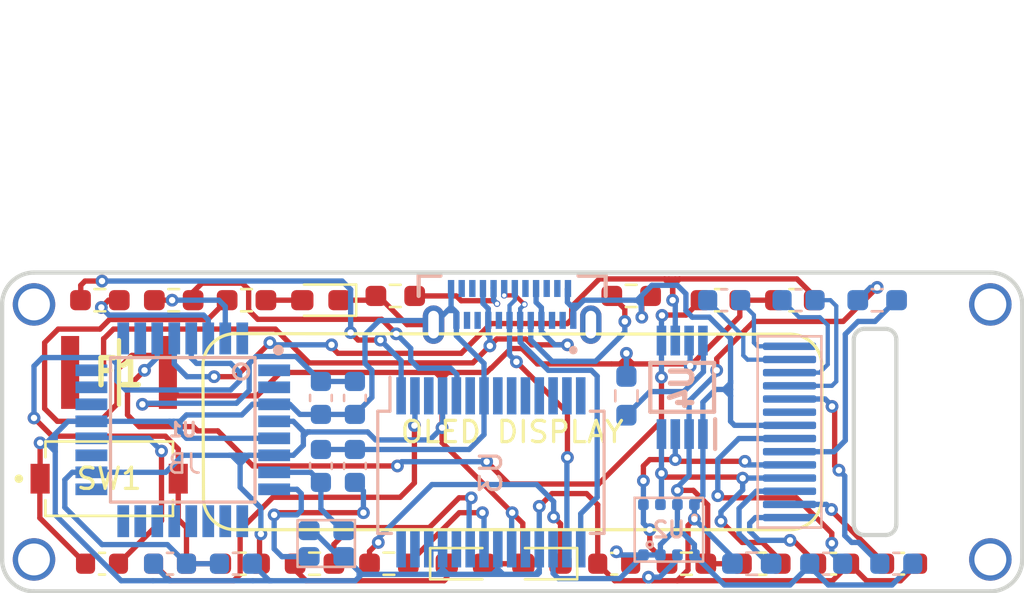
<source format=kicad_pcb>
(kicad_pcb (version 20211014) (generator pcbnew)
  (layers (0 "F.Cu" signal) (31 "B.Cu" signal) (34 "B.Paste" user) (35 "F.Paste" user) (36 "B.SilkS" user "B.Silkscreen") (37 "F.SilkS" user "F.Silkscreen") (38 "B.Mask" user) (39 "F.Mask" user) (44 "Edge.Cuts" user))
  (net 0 "")
  (net 1 "GND")
  (net 4 "Net-(F1-Pad1)")
  (net 5 "Net-(P1-PadA5)")
  (net 6 "D+")
  (net 7 "D-")
  (net 13 "Net-(P1-PadB5)")
  (net 17 "+5V")
  (net 18 "SCL 5V")
  (net 19 "SDA 5V")
  (net 20 "+3V3")
  (net 21 "SDA 3V3")
  (net 22 "SCL 3V3")
  (net 23 "RESET")
  (net 24 "Net-(J1-Pad12)")
  (net 25 "Net-(J1-Pad9)")
  (net 26 "Net-(D3-Pad1)")
  (net 27 "Net-(R7-Pad2)")
  (net 28 "Net-(D2-Pad1)")
  (net 29 "Net-(R6-Pad2)")
  (net 30 "TX")
  (net 31 "Net-(R5-Pad2)")
  (net 32 "RX")
  (net 33 "Net-(R4-Pad2)")
  (net 34 "Net-(D1-Pad2)")
  (net 35 "Net-(C4-Pad1)")
  (net 47 "XTAL1")
  (net 48 "XTAL2")
  (net 49 "C2+")
  (net 50 "C2-")
  (net 51 "C1+")
  (net 52 "C1-")
  (net 53 "Net-(C13-Pad2)")
  (net 55 "Net-(C12-Pad2)")
  (net 56 "Net-(C14-Pad1)")
  (net 57 "Net-(C15-Pad1)")
  (net 58 "Net-(C5-Pad2)")
  (net 77 "Net-(R13-Pad2)")
  (footprint "Resistor_SMD:R_0603_1608Metric_Pad0.98x0.95mm_HandSolder" (layer "F.Cu") (at 146.625 115.9)
    (fp_text reference "R7" hide)
    (fp_text value "120" hide)
  )
  (footprint "" (layer "F.Cu") (at 129.925 103.7)
    (fp_text reference "")
    (fp_text value "")
  )
  (footprint "Resistor_SMD:R_0603_1608Metric_Pad0.98x0.95mm_HandSolder" (layer "F.Cu") (at 133.025 103.5 180)
    (fp_text reference "R4" hide)
    (fp_text value "1K" hide)
  )
  (footprint "LED_SMD:LED_0603_1608Metric_Pad1.05x0.95mm_HandSolder" (layer "F.Cu") (at 153.825 115.9 180)
    (fp_text reference "D3" hide)
    (fp_text value "LED GREEN TX" hide)
  )
  (footprint "LED_SMD:LED_0603_1608Metric_Pad1.05x0.95mm_HandSolder" (layer "F.Cu") (at 150.225 115.9)
    (fp_text reference "D2" hide)
    (fp_text value "LED GREEN RX" hide)
  )
  (footprint "Resistor_SMD:R_0603_1608Metric_Pad0.98x0.95mm_HandSolder" (layer "F.Cu") (at 146.925 103.3)
    (fp_text reference "R2" hide)
    (fp_text value "5K1" hide)
  )
  (footprint "Resistor_SMD:R_0603_1608Metric_Pad0.98x0.95mm_HandSolder" (layer "F.Cu") (at 136.4995 103.5)
    (fp_text reference "R5" hide)
    (fp_text value "1K" hide)
  )
  (footprint "" (layer "F.Cu") (at 174.925 115.7)
    (fp_text reference "")
    (fp_text value "")
  )
  (footprint "Resistor_SMD:R_0603_1608Metric_Pad0.98x0.95mm_HandSolder" (layer "F.Cu") (at 160.625 115.9 180)
    (fp_text reference "R12" hide)
    (fp_text value "4K7" hide)
  )
  (footprint "Resistor_SMD:R_0603_1608Metric_Pad0.98x0.95mm_HandSolder" (layer "F.Cu") (at 162.225 103.5 180)
    (fp_text reference "R10" hide)
    (fp_text value "4K7" hide)
  )
  (footprint "Resistor_SMD:R_0603_1608Metric_Pad0.98x0.95mm_HandSolder" (layer "F.Cu") (at 139.625 115.9 180)
    (fp_text reference "R8" hide)
    (fp_text value "4K7" hide)
  )
  (footprint "LED_SMD:LED_0603_1608Metric_Pad1.05x0.95mm_HandSolder" (layer "F.Cu") (at 143.425 103.5 180)
    (fp_text reference "D1" hide)
    (fp_text value "LED RED" hide)
  )
  (footprint "Capacitor_SMD:C_0603_1608Metric" (layer "F.Cu") (at 136.325 115.9)
    (fp_text reference "C4" hide)
    (fp_text value "100nF" hide)
  )
  (footprint "Capacitor_SMD:C_0603_1608Metric" (layer "F.Cu") (at 170.725 115.9)
    (fp_text reference "C14" hide)
    (fp_text value "10µF" hide)
  )
  (footprint "Resistor_SMD:R_0603_1608Metric_Pad0.98x0.95mm_HandSolder" (layer "F.Cu") (at 158.025 103.3 180)
    (fp_text reference "R3" hide)
    (fp_text value "5K1" hide)
  )
  (footprint "Capacitor_SMD:C_0603_1608Metric" (layer "F.Cu") (at 167.525 115.9)
    (fp_text reference "C15" hide)
    (fp_text value "10µF" hide)
  )
  (footprint "Resistor_SMD:R_0603_1608Metric_Pad0.98x0.95mm_HandSolder" (layer "F.Cu") (at 139.925 103.5 180)
    (fp_text reference "R1" hide)
    (fp_text value "150" hide)
  )
  (footprint "MF-MSMF050-2:MF-MSMF050-2" (layer "F.Cu") (at 133.925 106.9)
    (fp_text reference "F1")
    (fp_text value "MF-MSMF050-2" hide)
  )
  (footprint "" (layer "F.Cu") (at 129.925 115.7)
    (fp_text reference "")
    (fp_text value "")
  )
  (footprint "Capacitor_SMD:C_0603_1608Metric" (layer "F.Cu") (at 157.225 115.9)
    (fp_text reference "C3" hide)
    (fp_text value "100nF" hide)
  )
  (footprint "Resistor_SMD:R_0603_1608Metric_Pad0.98x0.95mm_HandSolder" (layer "F.Cu") (at 165.725 103.5)
    (fp_text reference "R9" hide)
    (fp_text value "4K7" hide)
  )
  (footprint "" (layer "F.Cu") (at 174.925 103.7)
    (fp_text reference "")
    (fp_text value "")
  )
  (footprint "SW_PTS636_SM43J_SMTR_LFS:SW_PTS636_SM43J_SMTR_LFS" (layer "F.Cu") (at 133.4625 111.9)
    (fp_text reference "SW1")
    (fp_text value "Reset" hide)
  )
  (footprint "Capacitor_SMD:C_0603_1608Metric" (layer "F.Cu") (at 133.125 115.9)
    (fp_text reference "C5" hide)
    (fp_text value "100nF" hide)
  )
  (footprint "Resistor_SMD:R_0603_1608Metric_Pad0.98x0.95mm_HandSolder" (layer "F.Cu") (at 164.125 115.9)
    (fp_text reference "R11" hide)
    (fp_text value "4K7" hide)
  )
  (footprint "Resistor_SMD:R_0603_1608Metric_Pad0.98x0.95mm_HandSolder" (layer "F.Cu") (at 143.125 115.9)
    (fp_text reference "R6" hide)
    (fp_text value "120" hide)
  )
  (footprint "Capacitor_SMD:C_0603_1608Metric" (layer "B.Cu") (at 145.025 111.3 90)
    (fp_text reference "C9" hide)
    (fp_text value "22pF" hide)
  )
  (footprint "ATMega328p:ATMEGA328P-AU" (layer "B.Cu") (at 136.925 109.6 180)
    (fp_text reference "U1")
    (fp_text value "ATMEGA328P-AU" hide)
  )
  (footprint "Capacitor_SMD:C_0603_1608Metric" (layer "B.Cu") (at 136.325 115.9 180)
    (fp_text reference "C2" hide)
    (fp_text value "100nF" hide)
  )
  (footprint "Resistor_SMD:R_0603_1608Metric_Pad0.98x0.95mm_HandSolder" (layer "B.Cu") (at 169.6 103.5)
    (fp_text reference "R14" hide)
    (fp_text value "10K" hide)
  )
  (footprint "Capacitor_SMD:C_0603_1608Metric" (layer "B.Cu") (at 170.5 115.9 180)
    (fp_text reference "C13" hide)
    (fp_text value "1µF" hide)
  )
  (footprint "Capacitor_SMD:C_0603_1608Metric" (layer "B.Cu") (at 143.425 108.1 -90)
    (fp_text reference "C6" hide)
    (fp_text value "100nF" hide)
  )
  (footprint "USB4155-03-C:USB4155-03-C" (layer "B.Cu") (at 152.425 103.7)
    (fp_text reference "P1" hide)
    (fp_text value "USB_C_Plug" hide)
  )
  (footprint "Capacitor_SMD:C_0603_1608Metric" (layer "B.Cu") (at 162.4 103.5 180)
    (fp_text reference "C10" hide)
    (fp_text value "1µF" hide)
  )
  (footprint "EA_W096016-XALW:EA_W096016-XALW" (layer "B.Cu") (at 165.475 110.01 180)
    (fp_text reference "J1" hide)
    (fp_text value "EA W096016-XALW" hide)
  )
  (footprint "Package_SO:SSOP-28_5.3x10.2mm_P0.65mm" (layer "B.Cu") (at 151.425 111.6 -90)
    (fp_text reference "U3")
    (fp_text value "FT232RL" hide)
  )
  (footprint "Capacitor_SMD:C_0603_1608Metric" (layer "B.Cu") (at 143.425 111.3 90)
    (fp_text reference "C8" hide)
    (fp_text value "22pF" hide)
  )
  (footprint "Resistor_SMD:R_0603_1608Metric_Pad0.98x0.95mm_HandSolder" (layer "B.Cu") (at 157.8 108 -90)
    (fp_text reference "R13" hide)
    (fp_text value "390K" hide)
  )
  (footprint "Resistor_SMD:R_0603_1608Metric_Pad0.98x0.95mm_HandSolder" (layer "B.Cu") (at 163.7 115.9 180)
    (fp_text reference "R15" hide)
    (fp_text value "390K" hide)
  )
  (footprint "Package_LGA:Bosch_LGA-8_3x3mm_P0.8mm_ClockwisePinNumbering" (layer "B.Cu") (at 159.8 114.3 180)
    (fp_text reference "U2")
    (fp_text value "BME680" hide)
  )
  (footprint "LFXTAL071268:LFXTAL071268" (layer "B.Cu") (at 143.625 114.85 180)
    (fp_text reference "XTAL1" hide)
    (fp_text value "LFXTAL071268" hide)
  )
  (footprint "Capacitor_SMD:C_0603_1608Metric" (layer "B.Cu") (at 139.425 115.9)
    (fp_text reference "C1" hide)
    (fp_text value "1µF" hide)
  )
  (footprint "TCA9517ADGKR:TCA9517ADGKR" (layer "B.Cu") (at 160.425 107.6 90)
    (fp_text reference "U4")
    (fp_text value "PI6ULS5V9306" hide)
  )
  (footprint "Capacitor_SMD:C_0603_1608Metric" (layer "B.Cu") (at 165.9 103.5)
    (fp_text reference "C11" hide)
    (fp_text value "1µF" hide)
  )
  (footprint "Capacitor_SMD:C_0603_1608Metric" (layer "B.Cu") (at 145.025 108.1 -90)
    (fp_text reference "C7" hide)
    (fp_text value "1µF" hide)
  )
  (footprint "Capacitor_SMD:C_0603_1608Metric" (layer "B.Cu") (at 167.2 115.9)
    (fp_text reference "C12" hide)
    (fp_text value "1µF" hide)
  )
  (gr_line (start 167 112.8) (end 167 106.6) (layer "F.SilkS") (width 0.15))
  (gr_arc (start 167 112.8) (mid 166.56066 113.86066) (end 165.5 114.3) (layer "F.SilkS") (width 0.15))
  (gr_line (start 165.5 105.1) (end 139.4 105.075) (layer "F.SilkS") (width 0.15))
  (gr_arc (start 165.5 105.1) (mid 166.56066 105.53934) (end 167 106.6) (layer "F.SilkS") (width 0.15))
  (gr_line (start 137.875 106.6) (end 137.9 112.8) (layer "F.SilkS") (width 0.15))
  (gr_arc (start 137.875 106.6) (mid 138.321662 105.521662) (end 139.4 105.075) (layer "F.SilkS") (width 0.15))
  (gr_line (start 139.4 114.3) (end 165.5 114.3) (layer "F.SilkS") (width 0.15))
  (gr_arc (start 139.4 114.3) (mid 138.33934 113.86066) (end 137.9 112.8) (layer "F.SilkS") (width 0.15))
  (gr_line (start 170 114.55) (end 169 114.55) (layer "Edge.Cuts") (width 0.2))
  (gr_line (start 176.425 103.7) (end 176.425 115.7) (layer "Edge.Cuts") (width 0.2))
  (gr_line (start 168.5 114.05) (end 168.5 105.35) (layer "Edge.Cuts") (width 0.2))
  (gr_arc (start 128.425 103.7) (mid 128.86434 102.63934) (end 129.925 102.2) (layer "Edge.Cuts") (width 0.2))
  (gr_arc (start 169 114.55) (mid 168.646447 114.403553) (end 168.5 114.05) (layer "Edge.Cuts") (width 0.2))
  (gr_line (start 169 104.85) (end 170 104.85) (layer "Edge.Cuts") (width 0.2))
  (gr_line (start 128.425 103.7) (end 128.425 115.7) (layer "Edge.Cuts") (width 0.2))
  (gr_arc (start 174.925 102.2) (mid 175.98566 102.63934) (end 176.425 103.7) (layer "Edge.Cuts") (width 0.2))
  (gr_arc (start 168.5 105.35) (mid 168.646447 104.996447) (end 169 104.85) (layer "Edge.Cuts") (width 0.2))
  (gr_line (start 170.5 105.35) (end 170.5 114.05) (layer "Edge.Cuts") (width 0.2))
  (gr_arc (start 176.425 115.7) (mid 175.98566 116.76066) (end 174.925 117.2) (layer "Edge.Cuts") (width 0.2))
  (gr_arc (start 129.925 117.2) (mid 128.86434 116.76066) (end 128.425 115.7) (layer "Edge.Cuts") (width 0.2))
  (gr_line (start 129.925 102.2) (end 174.925 102.2) (layer "Edge.Cuts") (width 0.2))
  (gr_arc (start 170 104.85) (mid 170.353553 104.996447) (end 170.5 105.35) (layer "Edge.Cuts") (width 0.2))
  (gr_line (start 174.925 117.2) (end 129.925 117.2) (layer "Edge.Cuts") (width 0.2))
  (gr_arc (start 170.5 114.05) (mid 170.353553 114.403553) (end 170 114.55) (layer "Edge.Cuts") (width 0.2))
  (gr_text "JB" (at 137 111.2) (layer "B.SilkS") (effects (font (size 0.9 0.9) (thickness 0.125)) (justify mirror)))
  (gr_text "OLED DISPLAY" (at 152.425 109.7) (layer "F.SilkS") (effects (font (size 1 1))))
  (segment (start 130.2 111.9125) (end 130.2 113.75) (width 0.25) (layer "F.Cu") (net 1))
  (segment (start 170.7 116.7) (end 169.1 116.7) (width 0.25) (layer "F.Cu") (net 1))
  (segment (start 145.8125 103.5) (end 146.0125 103.3) (width 0.25) (layer "F.Cu") (net 1))
  (segment (start 157.25 116.7) (end 156.45 115.9) (width 0.25) (layer "F.Cu") (net 1))
  (segment (start 146.0125 103.3) (end 146.125 103.3) (width 0.25) (layer "F.Cu") (net 1))
  (segment (start 144.3 103.5) (end 145.8125 103.5) (width 0.25) (layer "F.Cu") (net 1))
  (segment (start 158.840295 116.532508) (end 158.672803 116.7) (width 0.25) (layer "F.Cu") (net 1))
  (segment (start 158.525 103.7125) (end 158.9375 103.3) (width 0.25) (layer "F.Cu") (net 1))
  (segment (start 158.525 104.3) (end 158.525 103.7125) (width 0.25) (layer "F.Cu") (net 1))
  (segment (start 156.45 113.125) (end 156.45 115.9) (width 0.25) (layer "F.Cu") (net 1))
  (segment (start 160.195495 116.7) (end 159.007787 116.7) (width 0.25) (layer "F.Cu") (net 1))
  (segment (start 130.2125 111.9) (end 130.2 111.9125) (width 0.25) (layer "F.Cu") (net 1))
  (segment (start 167.5 116.7) (end 160.195495 116.7) (width 0.25) (layer "F.Cu") (net 1))
  (segment (start 160.7 116.195495) (end 160.195495 116.7) (width 0.25) (layer "F.Cu") (net 1))
  (segment (start 161 113.8) (end 160.7 114.1) (width 0.25) (layer "F.Cu") (net 1))
  (segment (start 147.475 104.65) (end 148.725 104.65) (width 0.25) (layer "F.Cu") (net 1))
  (segment (start 159.007787 116.7) (end 158.840295 116.532508) (width 0.25) (layer "F.Cu") (net 1))
  (segment (start 158.672803 116.7) (end 157.25 116.7) (width 0.25) (layer "F.Cu") (net 1))
  (segment (start 169.1 116.7) (end 168.3 115.9) (width 0.25) (layer "F.Cu") (net 1))
  (segment (start 154.3 112.6) (end 155.925 112.6) (width 0.25) (layer "F.Cu") (net 1))
  (segment (start 146.125 103.3) (end 147.475 104.65) (width 0.25) (layer "F.Cu") (net 1))
  (segment (start 153.7 113.2) (end 154.3 112.6) (width 0.25) (layer "F.Cu") (net 1))
  (segment (start 155.925 112.6) (end 156.45 113.125) (width 0.25) (layer "F.Cu") (net 1))
  (segment (start 130.2125 110.2125) (end 130.2125 111.9) (width 0.25) (layer "F.Cu") (net 1))
  (segment (start 168.3 115.9) (end 167.5 116.7) (width 0.25) (layer "F.Cu") (net 1))
  (segment (start 130.2 113.75) (end 132.35 115.9) (width 0.25) (layer "F.Cu") (net 1))
  (segment (start 171.5 115.9) (end 170.7 116.7) (width 0.25) (layer "F.Cu") (net 1))
  (segment (start 160.7 114.1) (end 160.7 116.195495) (width 0.25) (layer "F.Cu") (net 1))
  (via (at 130.2125 110.2125) (size 0.6) (drill 0.3) (layers "F.Cu" "B.Cu") (net 1))
  (via (at 161 113.8) (size 0.6) (drill 0.3) (layers "F.Cu" "B.Cu") (net 1))
  (via (at 153.7 113.2) (size 0.6) (drill 0.3) (layers "F.Cu" "B.Cu") (net 1))
  (via (at 158.840295 116.532508) (size 0.6) (drill 0.3) (layers "F.Cu" "B.Cu") (net 1))
  (via (at 158.525 104.3) (size 0.6) (drill 0.3) (layers "F.Cu" "B.Cu") (net 1))
  (segment (start 153.625 116.4) (end 153.7 116.325) (width 0.25) (layer "B.Cu") (net 1))
  (segment (start 136.3 109.2) (end 136.8 109.7) (width 0.25) (layer "B.Cu") (net 1))
  (segment (start 131.375 109.35) (end 131.525 109.2) (width 0.25) (layer "B.Cu") (net 1))
  (segment (start 151.5 116.4) (end 151.4 116.4) (width 0.25) (layer "B.Cu") (net 1))
  (segment (start 144.513 115.567) (end 145.223 116.277) (width 0.25) (layer "B.Cu") (net 1))
  (segment (start 149.3875 103.9875) (end 149.7125 103.9875) (width 0.25) (layer "B.Cu") (net 1))
  (segment (start 143.425 108.875) (end 142.436396 108.875) (width 0.25) (layer "B.Cu") (net 1))
  (segment (start 162.7875 115.5875) (end 161 113.8) (width 0.25) (layer "B.Cu") (net 1))
  (segment (start 155.025 103.6) (end 155.025 102.975) (width 0.25) (layer "B.Cu") (net 1))
  (segment (start 158.3 103.5) (end 158.5 103.7) (width 0.25) (layer "B.Cu") (net 1))
  (segment (start 162.4 107.7) (end 162.7 107.7) (width 0.25) (layer "B.Cu") (net 1))
  (segment (start 149.5 116.4) (end 151.4 116.4) (width 0.25) (layer "B.Cu") (net 1))
  (segment (start 155.5375 103.7375) (end 155.55 103.75) (width 0.25) (layer "B.Cu") (net 1))
  (segment (start 160.6 103.2) (end 160.2 102.8) (width 0.25) (layer "B.Cu") (net 1))
  (segment (start 140.2 115.9) (end 141 116.7) (width 0.25) (layer "B.Cu") (net 1))
  (segment (start 143.042 114.342) (end 144.267 115.567) (width 0.25) (layer "B.Cu") (net 1))
  (segment (start 155.1625 103.7375) (end 155.025 103.6) (width 0.25) (layer "B.Cu") (net 1))
  (segment (start 130.8125 110.2125) (end 130.925 110.325) (width 0.25) (layer "B.Cu") (net 1))
  (segment (start 155.025 102.975) (end 155.05 102.95) (width 0.25) (layer "B.Cu") (net 1))
  (segment (start 130.5125 110.2125) (end 130.925 110.625) (width 0.25) (layer "B.Cu") (net 1))
  (segment (start 153.5 116.4) (end 153.3 116.4) (width 0.25) (layer "B.Cu") (net 1))
  (segment (start 148.5327 104.4577) (end 148.725 104.65) (width 0.25) (layer "B.Cu") (net 1))
  (segment (start 130.5125 110.2125) (end 131.375 109.35) (width 0.25) (layer "B.Cu") (net 1))
  (segment (start 137.1 110) (end 136.8 109.7) (width 0.25) (layer "B.Cu") (net 1))
  (segment (start 152 116.4) (end 153.3 116.4) (width 0.25) (layer "B.Cu") (net 1))
  (segment (start 148.9 116.4) (end 149.325 116.4) (width 0.25) (layer "B.Cu") (net 1))
  (segment (start 162.4 107.7) (end 162.7 108) (width 0.25) (layer "B.Cu") (net 1))
  (segment (start 153.3 116.4) (end 153.625 116.4) (width 0.25) (layer "B.Cu") (net 1))
  (segment (start 158.5 104.275) (end 158.525 104.3) (width 0.25) (layer "B.Cu") (net 1))
  (segment (start 151.1 106.475) (end 149.8 105.175) (width 0.25) (layer "B.Cu") (net 1))
  (segment (start 158.5 103.3) (end 158.5 103.5) (width 0.25) (layer "B.Cu") (net 1))
  (segment (start 136.8 109.7) (end 136.8 109.5) (width 0.25) (layer "B.Cu") (net 1))
  (segment (start 162.7875 115.9) (end 162.7875 115.5875) (width 0.25) (layer "B.Cu") (net 1))
  (segment (start 145.346 116.4) (end 148.9 116.4) (width 0.25) (layer "B.Cu") (net 1))
  (segment (start 149.8 105.175) (end 149.8 104.45) (width 0.25) (layer "B.Cu") (net 1))
  (segment (start 145.025 108.875) (end 145.825 108.075) (width 0.25) (layer "B.Cu") (net 1))
  (segment (start 159.367492 116.532508) (end 158.840295 116.532508) (width 0.25) (layer "B.Cu") (net 1))
  (segment (start 158.2 103.5) (end 158.5 103.5) (width 0.25) (layer "B.Cu") (net 1))
  (segment (start 145.025 110.525) (end 150.4 110.525) (width 0.25) (layer "B.Cu") (net 1))
  (segment (start 160.6 104) (end 160.6 103.2) (width 0.25) (layer "B.Cu") (net 1))
  (segment (start 158.5 103.5) (end 158.5 103.8) (width 0.25) (layer "B.Cu") (net 1))
  (segment (start 146.1673 104.4577) (end 148.5327 104.4577) (width 0.25) (layer "B.Cu") (net 1))
  (segment (start 149.15 116.4) (end 149.325 116.4) (width 0.25) (layer "B.Cu") (net 1))
  (segment (start 149.15 115.2) (end 149.15 116.15) (width 0.25) (layer "B.Cu") (net 1))
  (segment (start 153.7 116.325) (end 153.7 116.2) (width 0.25) (layer "B.Cu") (net 1))
  (segment (start 135.525 116.7) (end 134.025 116.7) (width 0.25) (layer "B.Cu") (net 1))
  (segment (start 153.7 116.2) (end 153.7 115.2) (width 0.25) (layer "B.Cu") (net 1))
  (segment (start 135.55 115.9) (end 135.55 115.95) (width 0.25) (layer "B.Cu") (net 1))
  (segment (start 141.225 108.4) (end 140.2 108.4) (width 0.25) (layer "B.Cu") (net 1))
  (segment (start 149.8 104.075) (end 149.8 104.45) (width 0.25) (layer "B.Cu") (net 1))
  (segment (start 142.863 114.342) (end 143.042 114.342) (width 0.25) (layer "B.Cu") (net 1))
  (segment (start 149.55 103.825) (end 149.3875 103.9875) (width 0.25) (layer "B.Cu") (net 1))
  (segment (start 148.5 115.2) (end 149.15 115.2) (width 0.25) (layer "B.Cu") (net 1))
  (segment (start 140.225 116.7) (end 136.3 116.7) (width 0.25) (layer "B.Cu") (net 1))
  (segment (start 153.7 116.2) (end 153.5 116.4) (width 0.25) (layer "B.Cu") (net 1))
  (segment (start 141.225 110) (end 137.1 110) (width 0.25) (layer "B.Cu") (net 1))
  (segment (start 161.4 108.3) (end 162 107.7) (width 0.25) (layer "B.Cu") (net 1))
  (segment (start 161 113.1125) (end 161 113.8) (width 0.25) (layer "B.Cu") (net 1))
  (segment (start 151.1 108) (end 151.1 106.475) (width 0.25) (layer "B.Cu") (net 1))
  (segment (start 145.5 106.475) (end 145.5 105.125) (width 0.25) (layer "B.Cu") (net 1))
  (segment (start 145.223 116.523) (end 145.046 116.7) (width 0.25) (layer "B.Cu") (net 1))
  (segment (start 155.3 104.45) (end 155.3 103.875) (width 0.25) (layer "B.Cu") (net 1))
  (segment (start 165.475 109.39) (end 162.89 109.39) (width 0.25) (layer "B.Cu") (net 1))
  (segment (start 145.223 116.277) (end 145.223 116.523) (width 0.25) (layer "B.Cu") (net 1))
  (segment (start 153.7 113.2) (end 153.7 115.2) (width 0.25) (layer "B.Cu") (net 1))
  (segment (start 151.1 109.825) (end 151.1 108) (width 0.25) (layer "B.Cu") (net 1))
  (segment (start 145.5 105.125) (end 146.1673 104.4577) (width 0.25) (layer "B.Cu") (net 1))
  (segment (start 149.15 116.15) (end 148.9 116.4) (width 0.25) (layer "B.Cu") (net 1))
  (segment (start 145.346 116.4) (end 145.223 116.523) (width 0.25) (layer "B.Cu") (net 1))
  (segment (start 149.55 103.825) (end 149.8 104.075) (width 0.25) (layer "B.Cu") (net 1))
  (segment (start 155.55 103.75) (end 155.3 104) (width 0.25) (layer "B.Cu") (net 1))
  (segment (start 136.5 109.2) (end 136.3 109.2) (width 0.25) (layer "B.Cu") (net 1))
  (segment (start 162.4 107.7) (end 162.7 107.4) (width 0.25) (layer "B.Cu") (net 1))
  (segment (start 162.7 107.7) (end 162.7 107.3) (width 0.25) (layer "B.Cu") (net 1))
  (segment (start 136.3 116.7) (end 135.525 116.7) (width 0.25) (layer "B.Cu") (net 1))
  (segment (start 160.9 104.3) (end 160.6 104) (width 0.25) (layer "B.Cu") (net 1))
  (segment (start 137.1 108.9) (end 136.8 109.2) (width 0.25) (layer "B.Cu") (net 1))
  (segment (start 145.046 116.7) (end 140.225 116.7) (width 0.25) (layer "B.Cu") (net 1))
  (segment (start 161.4 109.8) (end 161.4 108.3) (width 0.25) (layer "B.Cu") (net 1))
  (segment (start 162.7 105.3) (end 161.7 104.3) (width 0.25) (layer "B.Cu") (net 1))
  (segment (start 136.8 109.2) (end 136.5 109.2) (width 0.25) (layer "B.Cu") (net 1))
  (segment (start 144.267 115.567) (end 144.513 115.567) (width 0.25) (layer "B.Cu") (net 1))
  (segment (start 160.2 115.4875) (end 160.2 115.7) (width 0.25) (layer "B.Cu") (net 1))
  (segment (start 149.325 116.4) (end 149.5 116.4) (width 0.25) (layer "B.Cu") (net 1))
  (segment (start 151.75 116.275) (end 151.75 116.15) (width 0.25) (layer "B.Cu") (net 1))
  (segment (start 162.7 109.2) (end 162.7 108) (width 0.25) (layer "B.Cu") (net 1))
  (segment (start 136.5 109.2) (end 136.8 109.5) (width 0.25) (layer "B.Cu") (net 1))
  (segment (start 136.3 109.2) (end 132.625 109.2) (width 0.25) (layer "B.Cu") (net 1))
  (segment (start 143.425 110.525) (end 145.025 110.525) (width 0.25) (layer "B.Cu") (net 1))
  (segment (start 130.2125 110.2125) (end 130.8125 110.2125) (width 0.25) (layer "B.Cu") (net 1))
  (segment (start 130.925 113.6) (end 130.925 110.625) (width 0.25) (layer "B.Cu") (net 1))
  (segment (start 162.7 108) (end 162.7 107.7) (width 0.25) (layer "B.Cu") (net 1))
  (segment (start 155.8 103.5) (end 158.2 103.5) (width 0.25) (layer "B.Cu") (net 1))
  (segment (start 159 102.8) (end 158.5 103.3) (width 0.25) (layer "B.Cu") (net 1))
  (segment (start 145.223 116.277) (end 145.346 116.4) (width 0.25) (layer "B.Cu") (net 1))
  (segment (start 158.3 103.5) (end 158.2 103.5) (width 0.25) (layer "B.Cu") (net 1))
  (segment (start 149.55 102.95) (end 149.55 103.825) (width 0.25) (layer "B.Cu") (net 1))
  (segment (start 130.2125 110.2125) (end 130.5125 110.2125) (width 0.25) (layer "B.Cu") (net 1))
  (segment (start 149.4 116.4) (end 149.5 116.4) (width 0.25) (layer "B.Cu") (net 1))
  (segment (start 162.89 109.39) (end 162.7 109.2) (width 0.25) (layer "B.Cu") (net 1))
  (segment (start 142.436396 108.875) (end 141.961396 108.4) (width 0.25) (layer "B.Cu") (net 1))
  (segment (start 136.8 109.5) (end 136.8 109.2) (width 0.25) (layer "B.Cu") (net 1))
  (segment (start 141.225 108.4) (end 141.961396 108.4) (width 0.25) (layer "B.Cu") (net 1))
  (segment (start 162 107.7) (end 162.4 107.7) (width 0.25) (layer "B.Cu") (net 1))
  (segment (start 151.4 116.4) (end 151.625 116.4) (width 0.25) (layer "B.Cu") (net 1))
  (segment (start 151.75 116.15) (end 152 116.4) (width 0.25) (layer "B.Cu") (net 1))
  (segment (start 150.4 110.525) (end 151.1 109.825) (width 0.25) (layer "B.Cu") (net 1))
  (segment (start 159.8 116.1) (end 159.367492 116.532508) (width 0.25) (layer "B.Cu") (net 1))
  (segment (start 140.2 108.4) (end 139.7 108.9) (width 0.25) (layer "B.Cu") (net 1))
  (segment (start 155.3 104) (end 155.3 104.45) (width 0.25) (layer "B.Cu") (net 1))
  (segment (start 149.175 104.2) (end 148.725 104.65) (width 0.25) (layer "B.Cu") (net 1))
  (segment (start 151.625 116.4) (end 152 116.4) (width 0.25) (layer "B.Cu") (net 1))
  (segment (start 130.925 110.325) (end 130.925 109.8) (width 0.25) (layer "B.Cu") (net 1))
  (segment (start 158.5 103.3) (end 158.3 103.5) (width 0.25) (layer "B.Cu") (net 1))
  (segment (start 149.15 116.15) (end 149.4 116.4) (width 0.25) (layer "B.Cu") (net 1))
  (segment (start 161.4 112.7125) (end 161 113.1125) (width 0.25) (layer "B.Cu") (net 1))
  (segment (start 161.7 104.3) (end 160.9 104.3) (width 0.25) (layer "B.Cu") (net 1))
  (segment (start 155.55 103.75) (end 155.8 103.5) (width 0.25) (layer "B.Cu") (net 1))
  (segment (start 161.4 109.8) (end 161.4 112.7125) (width 0.25) (layer "B.Cu") (net 1))
  (segment (start 160.2 115.7) (end 159.8 116.1) (width 0.25) (layer "B.Cu") (net 1))
  (segment (start 158.5 103.7) (end 158.5 103.8) (width 0.25) (layer "B.Cu") (net 1))
  (segment (start 141 116.7) (end 141.1 116.7) (width 0.25) (layer "B.Cu") (net 1))
  (segment (start 162.7 107.4) (end 162.7 107.3) (width 0.25) (layer "B.Cu") (net 1))
  (segment (start 149.15 116.15) (end 149.15 116.4) (width 0.25) (layer "B.Cu") (net 1))
  (segment (start 151.75 116.15) (end 151.5 116.4) (width 0.25) (layer "B.Cu") (net 1))
  (segment (start 155.1625 103.7375) (end 155.5375 103.7375) (width 0.25) (layer "B.Cu") (net 1))
  (segment (start 151.75 116.15) (end 151.75 115.2) (width 0.25) (layer "B.Cu") (net 1))
  (segment (start 130.925 109.8) (end 131.375 109.35) (width 0.25) (layer "B.Cu") (net 1))
  (segment (start 131.525 109.2) (end 132.625 109.2) (width 0.25) (layer "B.Cu") (net 1))
  (segment (start 149.7125 103.9875) (end 149.8 104.075) (width 0.25) (layer "B.Cu") (net 1))
  (segment (start 155.3 103.875) (end 155.1625 103.7375) (width 0.25) (layer "B.Cu") (net 1))
  (segment (start 162.7 107.3) (end 162.7 105.3) (width 0.25) (layer "B.Cu") (net 1))
  (segment (start 158.5 103.8) (end 158.5 104.275) (width 0.25) (layer "B.Cu") (net 1))
  (segment (start 130.925 110.625) (end 130.925 110.325) (width 0.25) (layer "B.Cu") (net 1))
  (segment (start 134.025 116.7) (end 130.925 113.6) (width 0.25) (layer "B.Cu") (net 1))
  (segment (start 145.825 106.8) (end 145.5 106.475) (width 0.25) (layer "B.Cu") (net 1))
  (segment (start 145.025 108.875) (end 143.425 108.875) (width 0.25) (layer "B.Cu") (net 1))
  (segment (start 145.825 108.075) (end 145.825 106.8) (width 0.25) (layer "B.Cu") (net 1))
  (segment (start 149.3875 103.9875) (end 149.175 104.2) (width 0.25) (layer "B.Cu") (net 1))
  (segment (start 160.2 102.8) (end 159 102.8) (width 0.25) (layer "B.Cu") (net 1))
  (segment (start 135.55 115.95) (end 136.3 116.7) (width 0.25) (layer "B.Cu") (net 1))
  (segment (start 139.7 108.9) (end 137.1 108.9) (width 0.25) (layer "B.Cu") (net 1))
  (segment (start 133.665 104.86) (end 133.215 105.31) (width 0.25) (layer "F.Cu") (net 4))
  (segment (start 153.07028 105.325) (end 151.7 105.325) (width 0.25) (layer "F.Cu") (net 4))
  (segment (start 141.285 104.86) (end 133.665 104.86) (width 0.25) (layer "F.Cu") (net 4))
  (segment (start 133.215 105.31) (end 133.2 105.31) (width 0.25) (layer "F.Cu") (net 4))
  (segment (start 151.375 105.65) (end 151.325 105.6) (width 0.25) (layer "F.Cu") (net 4))
  (segment (start 133.2 106.5) (end 132.8 106.9) (width 0.25) (layer "F.Cu") (net 4))
  (segment (start 132.8 106.9) (end 131.625 106.9) (width 0.25) (layer "F.Cu") (net 4))
  (segment (start 142.875 106.45) (end 141.285 104.86) (width 0.25) (layer "F.Cu") (net 4))
  (segment (start 151.375 105.65) (end 150.575 106.45) (width 0.25) (layer "F.Cu") (net 4))
  (segment (start 155.025 105.6) (end 153.34528 105.6) (width 0.25) (layer "F.Cu") (net 4))
  (segment (start 153.34528 105.6) (end 153.07028 105.325) (width 0.25) (layer "F.Cu") (net 4))
  (segment (start 151.7 105.325) (end 151.375 105.65) (width 0.25) (layer "F.Cu") (net 4))
  (segment (start 150.575 106.45) (end 142.875 106.45) (width 0.25) (layer "F.Cu") (net 4))
  (segment (start 133.2 105.31) (end 133.2 106.5) (width 0.25) (layer "F.Cu") (net 4))
  (via (at 155.025 105.6) (size 0.6) (drill 0.3) (layers "F.Cu" "B.Cu") (net 4))
  (via (at 151.375 105.65) (size 0.6) (drill 0.3) (layers "F.Cu" "B.Cu") (net 4))
  (segment (start 153.55 102.95) (end 153.55 103.6) (width 0.25) (layer "B.Cu") (net 4))
  (segment (start 151.05 103.65) (end 151.05 102.95) (width 0.25) (layer "B.Cu") (net 4))
  (segment (start 151.3 104.45) (end 151.3 103.9) (width 0.25) (layer "B.Cu") (net 4))
  (segment (start 153.8 104.975) (end 153.8 104.45) (width 0.25) (layer "B.Cu") (net 4))
  (segment (start 151.3 105.15) (end 151.3 104.45) (width 0.25) (layer "B.Cu") (net 4))
  (segment (start 151.375 105.65) (end 151.375 105.225) (width 0.25) (layer "B.Cu") (net 4))
  (segment (start 151.375 105.225) (end 151.3 105.15) (width 0.25) (layer "B.Cu") (net 4))
  (segment (start 153.8 103.85) (end 153.8 104.45) (width 0.25) (layer "B.Cu") (net 4))
  (segment (start 155.025 105.6) (end 154.425 105.6) (width 0.25) (layer "B.Cu") (net 4))
  (segment (start 153.55 103.6) (end 153.8 103.85) (width 0.25) (layer "B.Cu") (net 4))
  (segment (start 151.3 103.9) (end 151.05 103.65) (width 0.25) (layer "B.Cu") (net 4))
  (segment (start 154.425 105.6) (end 153.8 104.975) (width 0.25) (layer "B.Cu") (net 4))
  (segment (start 157.725 104.5) (end 157.725 103.9125) (width 0.25) (layer "F.Cu") (net 5))
  (segment (start 157.725 103.9125) (end 157.1125 103.3) (width 0.25) (layer "F.Cu") (net 5))
  (via (at 157.725 104.5) (size 0.6) (drill 0.3) (layers "F.Cu" "B.Cu") (net 5))
  (segment (start 156.35 106.375) (end 157.225 105.5) (width 0.25) (layer "B.Cu") (net 5))
  (segment (start 157.725 105) (end 157.725 104.5) (width 0.25) (layer "B.Cu") (net 5))
  (segment (start 153.3 104.45) (end 153.3 105.37396) (width 0.25) (layer "B.Cu") (net 5))
  (segment (start 153.3 105.37396) (end 154.10104 106.175) (width 0.25) (layer "B.Cu") (net 5))
  (segment (start 154.30104 106.375) (end 155 106.375) (width 0.25) (layer "B.Cu") (net 5))
  (segment (start 157.225 105.5) (end 157.725 105) (width 0.25) (layer "B.Cu") (net 5))
  (segment (start 155 106.375) (end 156.35 106.375) (width 0.25) (layer "B.Cu") (net 5))
  (segment (start 154.10104 106.175) (end 154.30104 106.375) (width 0.25) (layer "B.Cu") (net 5))
  (segment (start 152.573453 103.273453) (end 153 103.7) (width 0.2) (layer "F.Cu") (net 6))
  (segment (start 152.049502 103.273453) (end 152.573453 103.273453) (width 0.2) (layer "F.Cu") (net 6))
  (via (at 153 103.7) (size 0.3) (drill 0.2) (layers "F.Cu" "B.Cu") (net 6))
  (via (at 152.049502 103.273453) (size 0.3) (drill 0.2) (layers "F.Cu" "B.Cu") (net 6))
  (segment (start 152.8 104.45) (end 152.8 105.475) (width 0.25) (layer "B.Cu") (net 6))
  (segment (start 156.425 107.075) (end 156.425 112.775) (width 0.25) (layer "B.Cu") (net 6))
  (segment (start 152.05 103.272955) (end 152.049502 103.273453) (width 0.2) (layer "B.Cu") (net 6))
  (segment (start 156.15 106.8) (end 156.425 107.075) (width 0.25) (layer "B.Cu") (net 6))
  (segment (start 154.125 106.8) (end 156.15 106.8) (width 0.25) (layer "B.Cu") (net 6))
  (segment (start 152.8 105.475) (end 154.125 106.8) (width 0.25) (layer "B.Cu") (net 6))
  (segment (start 152.8 104.45) (end 152.8 103.9) (width 0.2) (layer "B.Cu") (net 6))
  (segment (start 156.425 112.775) (end 155.65 113.55) (width 0.25) (layer "B.Cu") (net 6))
  (segment (start 152.8 103.9) (end 153 103.7) (width 0.2) (layer "B.Cu") (net 6))
  (segment (start 155.65 113.55) (end 155.65 115.2) (width 0.25) (layer "B.Cu") (net 6))
  (segment (start 152.05 102.95) (end 152.05 103.272955) (width 0.2) (layer "B.Cu") (net 6))
  (segment (start 155.025 110.9) (end 155.025 108.8) (width 0.25) (layer "F.Cu") (net 7))
  (segment (start 155.025 108.8) (end 152.625 106.4) (width 0.25) (layer "F.Cu") (net 7))
  (via (at 152.625 106.4) (size 0.6) (drill 0.3) (layers "F.Cu" "B.Cu") (net 7))
  (via (at 155.025 110.9) (size 0.6) (drill 0.3) (layers "F.Cu" "B.Cu") (net 7))
  (segment (start 152.3 106.075) (end 152.625 106.4) (width 0.25) (layer "B.Cu") (net 7))
  (segment (start 155 110.925) (end 155 115.2) (width 0.25) (layer "B.Cu") (net 7))
  (segment (start 152.55 103.5) (end 152.55 102.95) (width 0.2) (layer "B.Cu") (net 7))
  (segment (start 152.3 104.45) (end 152.3 106.075) (width 0.25) (layer "B.Cu") (net 7))
  (segment (start 152.3 104.45) (end 152.3 103.75) (width 0.2) (layer "B.Cu") (net 7))
  (segment (start 155.025 110.9) (end 155 110.925) (width 0.2) (layer "B.Cu") (net 7))
  (segment (start 152.3 103.75) (end 152.55 103.5) (width 0.2) (layer "B.Cu") (net 7))
  (segment (start 150.025 103.525) (end 149.8 103.3) (width 0.25) (layer "F.Cu") (net 13))
  (segment (start 149.8 103.3) (end 147.8375 103.3) (width 0.25) (layer "F.Cu") (net 13))
  (segment (start 151.571192 103.525) (end 150.025 103.525) (width 0.25) (layer "F.Cu") (net 13))
  (segment (start 151.713563 103.667371) (end 151.571192 103.525) (width 0.25) (layer "F.Cu") (net 13))
  (via (at 151.713563 103.667371) (size 0.3) (drill 0.2) (layers "F.Cu" "B.Cu") (net 13))
  (segment (start 151.55 102.95) (end 151.525 102.925) (width 0.25) (layer "B.Cu") (net 13))
  (segment (start 151.55 103.503808) (end 151.713563 103.667371) (width 0.25) (layer "B.Cu") (net 13))
  (segment (start 151.55 102.95) (end 151.55 103.503808) (width 0.25) (layer "B.Cu") (net 13))
  (segment (start 131.025 109.2) (end 133.025 109.2) (width 0.25) (layer "F.Cu") (net 17))
  (segment (start 133.028604 104.86) (end 131.065 104.86) (width 0.25) (layer "F.Cu") (net 17))
  (segment (start 149.4 106.9) (end 148.825 106.9) (width 0.25) (layer "F.Cu") (net 17))
  (segment (start 136.225 107.525) (end 136.225 106.9) (width 0.25) (layer "F.Cu") (net 17))
  (segment (start 133.825 106.8) (end 134.525 106.1) (width 0.25) (layer "F.Cu") (net 17))
  (segment (start 151.225 106.9) (end 149.4 106.9) (width 0.25) (layer "F.Cu") (net 17))
  (segment (start 149.125 107.175) (end 149.4 106.9) (width 0.25) (layer "F.Cu") (net 17))
  (segment (start 135.8 108.4) (end 136.225 107.975) (width 0.25) (layer "F.Cu") (net 17))
  (segment (start 152.366116 105.775) (end 151.436028 106.705088) (width 0.25) (layer "F.Cu") (net 17))
  (segment (start 152.883884 105.775) (end 152.366116 105.775) (width 0.25) (layer "F.Cu") (net 17))
  (segment (start 138.1025 104.41) (end 133.478604 104.41) (width 0.25) (layer "F.Cu") (net 17))
  (segment (start 136.225 107.975) (end 136.225 106.9) (width 0.25) (layer "F.Cu") (net 17))
  (segment (start 160.8 106.6) (end 163.1375 104.2625) (width 0.25) (layer "F.Cu") (net 17))
  (segment (start 141.525 106.9) (end 140.425 108) (width 0.25) (layer "F.Cu") (net 17))
  (segment (start 158.1 106.5) (end 160.7 106.5) (width 0.25) (layer "F.Cu") (net 17))
  (segment (start 140.425 108) (end 136.7 108) (width 0.25) (layer "F.Cu") (net 17))
  (segment (start 160.7 106.5) (end 160.8 106.6) (width 0.25) (layer "F.Cu") (net 17))
  (segment (start 134.525 106.1) (end 135.8 106.1) (width 0.25) (layer "F.Cu") (net 17))
  (segment (start 136.7 108) (end 136.225 107.525) (width 0.25) (layer "F.Cu") (net 17))
  (segment (start 133.025 109.2) (end 133.825 108.4) (width 0.25) (layer "F.Cu") (net 17))
  (segment (start 135.025 108.4) (end 135.8 108.4) (width 0.25) (layer "F.Cu") (net 17))
  (segment (start 152.425 113.5) (end 152.925 114) (width 0.25) (layer "F.Cu") (net 17))
  (segment (start 151.419912 106.705088) (end 151.225 106.9) (width 0.25) (layer "F.Cu") (net 17))
  (segment (start 153.608884 106.5) (end 152.883884 105.775) (width 0.25) (layer "F.Cu") (net 17))
  (segment (start 130.425 105.5) (end 130.425 108.6) (width 0.25) (layer "F.Cu") (net 17))
  (segment (start 149.125 109.5) (end 149.125 107.2) (width 0.25) (layer "F.Cu") (net 17))
  (segment (start 149.125 110.2) (end 152.425 113.5) (width 0.25) (layer "F.Cu") (net 17))
  (segment (start 151.1 115.9) (end 152.95 115.9) (width 0.25) (layer "F.Cu") (net 17))
  (segment (start 158.1 106.5) (end 157.8 106.2) (width 0.25) (layer "F.Cu") (net 17))
  (segment (start 152.925 114) (end 152.925 115.875) (width 0.25) (layer "F.Cu") (net 17))
  (segment (start 163.1375 104.2625) (end 163.1375 103.5) (width 0.25) (layer "F.Cu") (net 17))
  (segment (start 157.1 106.5) (end 157.5 106.5) (width 0.25) (layer "F.Cu") (net 17))
  (segment (start 139.0125 103.5) (end 139.0125 103.1875) (width 0.25) (layer "F.Cu") (net 17))
  (segment (start 157.8 106.2) (end 157.5 106.5) (width 0.25) (layer "F.Cu") (net 17))
  (segment (start 149.125 109.5) (end 149.125 110.2) (width 0.25) (layer "F.Cu") (net 17))
  (segment (start 152.925 115.875) (end 152.95 115.9) (width 0.25) (layer "F.Cu") (net 17))
  (segment (start 151.436028 106.705088) (end 151.419912 106.705088) (width 0.25) (layer "F.Cu") (net 17))
  (segment (start 157.1 106.5) (end 153.608884 106.5) (width 0.25) (layer "F.Cu") (net 17))
  (segment (start 133.478604 104.41) (end 133.028604 104.86) (width 0.25) (layer "F.Cu") (net 17))
  (segment (start 139.0125 103.5) (end 138.1025 104.41) (width 0.25) (layer "F.Cu") (net 17))
  (segment (start 140.5375 115.9) (end 140.5375 114.563) (width 0.25) (layer "F.Cu") (net 17))
  (segment (start 136.225 106.525) (end 136.225 106.9) (width 0.25) (layer "F.Cu") (net 17))
  (segment (start 136.225 107.875) (end 136.225 106.9) (width 0.25) (layer "F.Cu") (net 17))
  (segment (start 140.5375 114.563) (end 140.6005 114.5) (width 0.25) (layer "F.Cu") (net 17))
  (segment (start 130.425 108.6) (end 131.025 109.2) (width 0.25) (layer "F.Cu") (net 17))
  (segment (start 135.8 106.1) (end 136.225 106.525) (width 0.25) (layer "F.Cu") (net 17))
  (segment (start 163.1375 103.5) (end 164.8125 103.5) (width 0.25) (layer "F.Cu") (net 17))
  (segment (start 133.825 108.4) (end 133.825 106.8) (width 0.25) (layer "F.Cu") (net 17))
  (segment (start 149.125 107.2) (end 148.825 106.9) (width 0.25) (layer "F.Cu") (net 17))
  (segment (start 148.825 106.9) (end 141.525 106.9) (width 0.25) (layer "F.Cu") (net 17))
  (segment (start 157.8 106.2) (end 157.8 106) (width 0.25) (layer "F.Cu") (net 17))
  (segment (start 157.5 106.5) (end 158.1 106.5) (width 0.25) (layer "F.Cu") (net 17))
  (segment (start 131.065 104.86) (end 130.425 105.5) (width 0.25) (layer "F.Cu") (net 17))
  (segment (start 149.125 107.2) (end 149.125 107.175) (width 0.25) (layer "F.Cu") (net 17))
  (via (at 160.8 106.6) (size 0.6) (drill 0.3) (layers "F.Cu" "B.Cu") (net 17))
  (via (at 152.425 113.5) (size 0.6) (drill 0.3) (layers "F.Cu" "B.Cu") (net 17))
  (via (at 140.6005 114.5) (size 0.6) (drill 0.3) (layers "F.Cu" "B.Cu") (net 17))
  (via (at 157.8 106) (size 0.6) (drill 0.3) (layers "F.Cu" "B.Cu") (net 17))
  (via (at 149.125 109.5) (size 0.6) (drill 0.3) (layers "F.Cu" "B.Cu") (net 17))
  (via (at 135.025 108.4) (size 0.6) (drill 0.3) (layers "F.Cu" "B.Cu") (net 17))
  (segment (start 134.225 111.6) (end 134.525 111.6) (width 0.25) (layer "B.Cu") (net 17))
  (segment (start 152.425 113.5) (end 152.4 113.525) (width 0.25) (layer "B.Cu") (net 17))
  (segment (start 134.025 111.6) (end 134.225 111.6) (width 0.25) (layer "B.Cu") (net 17))
  (segment (start 139.625 111.2) (end 140.025 110.8) (width 0.25) (layer "B.Cu") (net 17))
  (segment (start 140.6005 114.5) (end 140.6005 113.2755) (width 0.25) (layer "B.Cu") (net 17))
  (segment (start 145.625 109.7) (end 142.9 109.7) (width 0.25) (layer "B.Cu") (net 17))
  (segment (start 132.625 111.6) (end 133.925 111.6) (width 0.25) (layer "B.Cu") (net 17))
  (segment (start 139.625 111) (end 139.825 110.8) (width 0.25) (layer "B.Cu") (net 17))
  (segment (start 141.225 109.2) (end 142.125 109.2) (width 0.25) (layer "B.Cu") (net 17))
  (segment (start 142.9 109.7) (end 142.8 109.7) (width 0.25) (layer "B.Cu") (net 17))
  (segment (start 139.625 111.2) (end 139.625 111) (width 0.25) (layer "B.Cu") (net 17))
  (segment (start 137.1 115.9) (end 136.2 115) (width 0.25) (layer "B.Cu") (net 17))
  (segment (start 142.8 109.7) (end 142.6 109.9) (width 0.25) (layer "B.Cu") (net 17))
  (segment (start 139.125 110.8) (end 139.325 110.8) (width 0.25) (layer "B.Cu") (net 17))
  (segment (start 139.45 108.35) (end 140.05 107.75) (width 0.25) (layer "B.Cu") (net 17))
  (segment (start 139.625 111) (end 139.625 110.8) (width 0.25) (layer "B.Cu") (net 17))
  (segment (start 142.6 109.9) (end 142.6 110.325) (width 0.25) (layer "B.Cu") (net 17))
  (segment (start 139.625 111) (end 139.425 110.8) (width 0.25) (layer "B.Cu") (net 17))
  (segment (start 134.525 111.6) (end 136.125 111.6) (width 0.25) (layer "B.Cu") (net 17))
  (segment (start 157.8 107.0875) (end 157.8 106) (width 0.25) (layer "B.Cu") (net 17))
  (segment (start 142.9 109.7) (end 142.625 109.7) (width 0.25) (layer "B.Cu") (net 17))
  (segment (start 131.375 113.25) (end 131.375 111.95) (width 0.25) (layer "B.Cu") (net 17))
  (segment (start 140.125 110.8) (end 141.225 110.8) (width 0.25) (layer "B.Cu") (net 17))
  (segment (start 149.125 109.5) (end 148.55 110.075) (width 0.25) (layer "B.Cu") (net 17))
  (segment (start 139.825 110.8) (end 140.125 110.8) (width 0.25) (layer "B.Cu") (net 17))
  (segment (start 142.125 109.2) (end 142.425 109.5) (width 0.25) (layer "B.Cu") (net 17))
  (segment (start 136.125 111.6) (end 136.925 110.8) (width 0.25) (layer "B.Cu") (net 17))
  (segment (start 140.05 107.75) (end 140.05 106.475) (width 0.25) (layer "B.Cu") (net 17))
  (segment (start 133.925 111.6) (end 134.025 111.6) (width 0.25) (layer "B.Cu") (net 17))
  (segment (start 160.8 105.45) (end 160.75 105.4) (width 0.25) (layer "B.Cu") (net 17))
  (segment (start 133.125 115) (end 131.375 113.25) (width 0.25) (layer "B.Cu") (net 17))
  (segment (start 139.625 111.2) (end 139.225 110.8) (width 0.25) (layer "B.Cu") (net 17))
  (segment (start 142.425 109.5) (end 142.6 109.675) (width 0.25) (layer "B.Cu") (net 17))
  (segment (start 139.425 110.8) (end 139.325 110.8) (width 0.25) (layer "B.Cu") (net 17))
  (segment (start 140.025 110.8) (end 140.125 110.8) (width 0.25) (layer "B.Cu") (net 17))
  (segment (start 135.075 108.35) (end 139.45 108.35) (width 0.25) (layer "B.Cu") (net 17))
  (segment (start 139.225 110.8) (end 139.125 110.8) (width 0.25) (layer "B.Cu") (net 17))
  (segment (start 152.4 113.525) (end 152.4 115.2) (width 0.25) (layer "B.Cu") (net 17))
  (segment (start 149.15 108) (end 149.15 109.275) (width 0.25) (layer "B.Cu") (net 17))
  (segment (start 137.1 115.9) (end 138.65 115.9) (width 0.25) (layer "B.Cu") (net 17))
  (segment (start 139.625 110.8) (end 139.825 110.8) (width 0.25) (layer "B.Cu") (net 17))
  (segment (start 136.2 115) (end 133.125 115) (width 0.25) (layer "B.Cu") (net 17))
  (segment (start 142.625 109.7) (end 142.425 109.5) (width 0.25) (layer "B.Cu") (net 17))
  (segment (start 142.6 110.325) (end 142.125 110.8) (width 0.25) (layer "B.Cu") (net 17))
  (segment (start 148.55 110.075) (end 146 110.075) (width 0.25) (layer "B.Cu") (net 17))
  (segment (start 131.725 111.6) (end 132.625 111.6) (width 0.25) (layer "B.Cu") (net 17))
  (segment (start 160.8 106.6) (end 160.8 105.45) (width 0.25) (layer "B.Cu") (net 17))
  (segment (start 143.425 107.325) (end 145.025 107.325) (width 0.25) (layer "B.Cu") (net 17))
  (segment (start 135.025 108.4) (end 135.075 108.35) (width 0.25) (layer "B.Cu") (net 17))
  (segment (start 131.375 111.95) (end 131.725 111.6) (width 0.25) (layer "B.Cu") (net 17))
  (segment (start 140.6005 113.2755) (end 139.625 112.3) (width 0.25) (layer "B.Cu") (net 17))
  (segment (start 146 110.075) (end 145.625 109.7) (width 0.25) (layer "B.Cu") (net 17))
  (segment (start 140.05 106.475) (end 140.375 106.15) (width 0.25) (layer "B.Cu") (net 17))
  (segment (start 136.925 110.8) (end 139.125 110.8) (width 0.25) (layer "B.Cu") (net 17))
  (segment (start 139.325 110.8) (end 139.625 110.8) (width 0.25) (layer "B.Cu") (net 17))
  (segment (start 142.6 109.675) (end 142.6 109.9) (width 0.25) (layer "B.Cu") (net 17))
  (segment (start 139.625 112.3) (end 139.625 111.2) (width 0.25) (layer "B.Cu") (net 17))
  (segment (start 142.125 110.8) (end 141.225 110.8) (width 0.25) (layer "B.Cu") (net 17))
  (segment (start 142.25 106.15) (end 143.425 107.325) (width 0.25) (layer "B.Cu") (net 17))
  (segment (start 140.375 106.15) (end 142.25 106.15) (width 0.25) (layer "B.Cu") (net 17))
  (segment (start 155.225 104.4) (end 155.025 104.6) (width 0.25) (layer "F.Cu") (net 18))
  (segment (start 144.225 106) (end 143.925 105.7) (width 0.25) (layer "F.Cu") (net 18))
  (segment (start 160.3 102.5) (end 165.825 102.5) (width 0.25) (layer "F.Cu") (net 18))
  (segment (start 155.225 103.8) (end 155.225 104.4) (width 0.25) (layer "F.Cu") (net 18))
  (segment (start 155.025 104.6) (end 151.425 104.6) (width 0.25) (layer "F.Cu") (net 18))
  (segment (start 159.9755 103.5) (end 159.9755 102.6755) (width 0.25) (layer "F.Cu") (net 18))
  (segment (start 165.825 102.5) (end 166.6375 103.3125) (width 0.25) (layer "F.Cu") (net 18))
  (segment (start 150.025 106) (end 144.225 106) (width 0.25) (layer "F.Cu") (net 18))
  (segment (start 159.9755 103.5) (end 159.9755 102.8245) (width 0.25) (layer "F.Cu") (net 18))
  (segment (start 159.9755 102.8245) (end 159.9245 102.8245) (width 0.25) (layer "F.Cu") (net 18))
  (segment (start 160.1 102.5) (end 159.8 102.5) (width 0.25) (layer "F.Cu") (net 18))
  (segment (start 139.425 107.1) (end 141.025 105.5) (width 0.25) (layer "F.Cu") (net 18))
  (segment (start 159.9755 103.5) (end 159.9755 102.6245) (width 0.25) (layer "F.Cu") (net 18))
  (segment (start 166.6375 103.3125) (end 166.6375 103.5) (width 0.25) (layer "F.Cu") (net 18))
  (segment (start 159.9755 102.8245) (end 160.3 102.5) (width 0.25) (layer "F.Cu") (net 18))
  (segment (start 138.4 107.1) (end 139.425 107.1) (width 0.25) (layer "F.Cu") (net 18))
  (segment (start 159.9245 102.8245) (end 159.6 102.5) (width 0.25) (layer "F.Cu") (net 18))
  (segment (start 159.8 102.5) (end 159.6 102.5) (width 0.25) (layer "F.Cu") (net 18))
  (segment (start 159.6 102.5) (end 156.525 102.5) (width 0.25) (layer "F.Cu") (net 18))
  (segment (start 151.425 104.6) (end 150.025 106) (width 0.25) (layer "F.Cu") (net 18))
  (segment (start 156.525 102.5) (end 155.225 103.8) (width 0.25) (layer "F.Cu") (net 18))
  (segment (start 143.925 105.7) (end 143.925 105.6) (width 0.25) (layer "F.Cu") (net 18))
  (segment (start 160.3 102.5) (end 160.1 102.5) (width 0.25) (layer "F.Cu") (net 18))
  (via (at 143.925 105.6) (size 0.6) (drill 0.3) (layers "F.Cu" "B.Cu") (net 18))
  (via (at 159.9755 103.5) (size 0.6) (drill 0.3) (layers "F.Cu" "B.Cu") (net 18))
  (via (at 141.025 105.5) (size 0.6) (drill 0.3) (layers "F.Cu" "B.Cu") (net 18))
  (via (at 138.4 107.1) (size 0.6) (drill 0.3) (layers "F.Cu" "B.Cu") (net 18))
  (segment (start 160.1 103.6245) (end 160.1 105.4) (width 0.25) (layer "B.Cu") (net 18))
  (segment (start 136.525 106.5) (end 136.525 105.3) (width 0.25) (layer "B.Cu") (net 18))
  (segment (start 137.125 107.1) (end 136.525 106.5) (width 0.25) (layer "B.Cu") (net 18))
  (segment (start 143.925 105.6) (end 141.125 105.6) (width 0.25) (layer "B.Cu") (net 18))
  (segment (start 138.4 107.1) (end 137.125 107.1) (width 0.25) (layer "B.Cu") (net 18))
  (segment (start 159.9755 103.5) (end 160.1 103.6245) (width 0.25) (layer "B.Cu") (net 18))
  (segment (start 141.125 105.6) (end 141.025 105.5) (width 0.25) (layer "B.Cu") (net 18))
  (segment (start 159.4755 104.215899) (end 159.491399 104.2) (width 0.25) (layer "F.Cu") (net 19))
  (segment (start 134.325 108.9) (end 134.325 108) (width 0.25) (layer "F.Cu") (net 19))
  (segment (start 140.225 111.3) (end 138.575 109.65) (width 0.25) (layer "F.Cu") (net 19))
  (segment (start 159.45 107.1245) (end 159.45 109.191116) (width 0.25) (layer "F.Cu") (net 19))
  (segment (start 137.625 109.65) (end 137.425 109.45) (width 0.25) (layer "F.Cu") (net 19))
  (segment (start 134.325 107.6) (end 135.125 106.8) (width 0.25) (layer "F.Cu") (net 19))
  (segment (start 159.45 109.191116) (end 156.491116 112.15) (width 0.25) (layer "F.Cu") (net 19))
  (segment (start 134.875 109.45) (end 134.425 109) (width 0.25) (layer "F.Cu") (net 19))
  (segment (start 134.425 109) (end 134.325 108.9) (width 0.25) (layer "F.Cu") (net 19))
  (segment (start 137.425 109.45) (end 134.875 109.45) (width 0.25) (layer "F.Cu") (net 19))
  (segment (start 156.491116 112.15) (end 152.275 112.15) (width 0.25) (layer "F.Cu") (net 19))
  (segment (start 134.325 108) (end 134.325 107.6) (width 0.25) (layer "F.Cu") (net 19))
  (segment (start 159.491399 104.2) (end 160.6125 104.2) (width 0.25) (layer "F.Cu") (net 19))
  (segment (start 138.575 109.65) (end 137.625 109.65) (width 0.25) (layer "F.Cu") (net 19))
  (segment (start 147.025 111.3) (end 140.225 111.3) (width 0.25) (layer "F.Cu") (net 19))
  (segment (start 160.6125 104.2) (end 161.3125 103.5) (width 0.25) (layer "F.Cu") (net 19))
  (segment (start 152.275 112.15) (end 151.225 111.1) (width 0.25) (layer "F.Cu") (net 19))
  (via (at 147.025 111.3) (size 0.6) (drill 0.3) (layers "F.Cu" "B.Cu") (net 19))
  (via (at 159.45 107.1245) (size 0.6) (drill 0.3) (layers "F.Cu" "B.Cu") (net 19))
  (via (at 151.225 111.1) (size 0.6) (drill 0.3) (layers "F.Cu" "B.Cu") (net 19))
  (via (at 135.125 106.8) (size 0.6) (drill 0.3) (layers "F.Cu" "B.Cu") (net 19))
  (via (at 159.4755 104.215899) (size 0.6) (drill 0.3) (layers "F.Cu" "B.Cu") (net 19))
  (segment (start 147.225 111.1) (end 147.025 111.3) (width 0.25) (layer "B.Cu") (net 19))
  (segment (start 159.45 104.241399) (end 159.45 105.4) (width 0.25) (layer "B.Cu") (net 19))
  (segment (start 135.125 106.8) (end 135.725 106.2) (width 0.25) (layer "B.Cu") (net 19))
  (segment (start 159.45 107.1245) (end 159.45 105.4) (width 0.25) (layer "B.Cu") (net 19))
  (segment (start 159.4755 104.215899) (end 159.45 104.241399) (width 0.25) (layer "B.Cu") (net 19))
  (segment (start 151.225 111.1) (end 147.225 111.1) (width 0.25) (layer "B.Cu") (net 19))
  (segment (start 135.725 106.2) (end 135.725 105.3) (width 0.25) (layer "B.Cu") (net 19))
  (segment (start 161.5375 115.9) (end 161.5375 116.169589) (width 0.25) (layer "F.Cu") (net 20))
  (segment (start 167.9 104.5) (end 168 104.5) (width 0.25) (layer "F.Cu") (net 20))
  (segment (start 161.625 115.8125) (end 161.625 113.125) (width 0.25) (layer "F.Cu") (net 20))
  (segment (start 157.329123 115.338513) (end 157.438513 115.338513) (width 0.25) (layer "F.Cu") (net 20))
  (segment (start 161.5375 115.9) (end 163.2125 115.9) (width 0.25) (layer "F.Cu") (net 20))
  (segment (start 161.5375 115.9) (end 161.625 115.8125) (width 0.25) (layer "F.Cu") (net 20))
  (segment (start 162.0495 106.8) (end 162.0495 106.2505) (width 0.25) (layer "F.Cu") (net 20))
  (segment (start 168 104.5) (end 169.6 102.9) (width 0.25) (layer "F.Cu") (net 20))
  (segment (start 162.0495 106.2505) (end 163.4 104.9) (width 0.25) (layer "F.Cu") (net 20))
  (segment (start 160.9495 112.4495) (end 160.2 112.4495) (width 0.25) (layer "F.Cu") (net 20))
  (segment (start 157.438513 115.338513) (end 158 115.9) (width 0.25) (layer "F.Cu") (net 20))
  (segment (start 163.8 104.5) (end 167.9 104.5) (width 0.25) (layer "F.Cu") (net 20))
  (segment (start 161.625 113.125) (end 160.9495 112.4495) (width 0.25) (layer "F.Cu") (net 20))
  (segment (start 163.4 104.9) (end 163.8 104.5) (width 0.25) (layer "F.Cu") (net 20))
  (via (at 157.329123 115.338513) (size 0.6) (drill 0.3) (layers "F.Cu" "B.Cu") (net 20))
  (via (at 169.6 102.9) (size 0.6) (drill 0.3) (layers "F.Cu" "B.Cu") (net 20))
  (via (at 160.2 112.4495) (size 0.6) (drill 0.3) (layers "F.Cu" "B.Cu") (net 20))
  (via (at 162.0495 106.8) (size 0.6) (drill 0.3) (layers "F.Cu" "B.Cu") (net 20))
  (segment (start 166.425 116.025) (end 166.425 115.9) (width 0.25) (layer "B.Cu") (net 20))
  (segment (start 160.2 112.3) (end 160.2 113.1125) (width 0.25) (layer "B.Cu") (net 20))
  (segment (start 160.2 114.2) (end 160.2 113.1125) (width 0.25) (layer "B.Cu") (net 20))
  (segment (start 166.425 115.9) (end 166.425 115.975) (width 0.25) (layer "B.Cu") (net 20))
  (segment (start 159.95 114.45) (end 160.2 114.2) (width 0.25) (layer "B.Cu") (net 20))
  (segment (start 162.0495 106.9505) (end 162.0495 106.8) (width 0.25) (layer "B.Cu") (net 20))
  (segment (start 154.35 116.35) (end 154.6 116.6) (width 0.25) (layer "B.Cu") (net 20))
  (segment (start 161 115.4875) (end 161 115) (width 0.25) (layer "B.Cu") (net 20))
  (segment (start 160.75 111.75) (end 160.2 112.3) (width 0.25) (layer "B.Cu") (net 20))
  (segment (start 166.425 115.975) (end 165.5 116.9) (width 0.25) (layer "B.Cu") (net 20))
  (segment (start 169.6 102.9) (end 169.2875 102.9) (width 0.25) (layer "B.Cu") (net 20))
  (segment (start 157.4875 116.6) (end 158.6 115.4875) (width 0.25) (layer "B.Cu") (net 20))
  (segment (start 171.275 115.9) (end 171.275 115.925) (width 0.25) (layer "B.Cu") (net 20))
  (segment (start 165.5 116.9) (end 162.4125 116.9) (width 0.25) (layer "B.Cu") (net 20))
  (segment (start 160.75 108.25) (end 161.3 107.7) (width 0.25) (layer "B.Cu") (net 20))
  (segment (start 159.4 115) (end 159.95 114.45) (width 0.25) (layer "B.Cu") (net 20))
  (segment (start 154.6 116.6) (end 157.4875 116.6) (width 0.25) (layer "B.Cu") (net 20))
  (segment (start 162.4125 116.9) (end 161 115.4875) (width 0.25) (layer "B.Cu") (net 20))
  (segment (start 160.45 114.45) (end 160.2 114.2) (width 0.25) (layer "B.Cu") (net 20))
  (segment (start 158.6 115.4875) (end 159.4 115.4875) (width 0.25) (layer "B.Cu") (net 20))
  (segment (start 161 115) (end 160.45 114.45) (width 0.25) (layer "B.Cu") (net 20))
  (segment (start 167.3 116.9) (end 166.425 116.025) (width 0.25) (layer "B.Cu") (net 20))
  (segment (start 159.4 115.4875) (end 159.4 115) (width 0.25) (layer "B.Cu") (net 20))
  (segment (start 157.47811 115.4875) (end 157.329123 115.338513) (width 0.25) (layer "B.Cu") (net 20))
  (segment (start 160.75 109.8) (end 160.75 111.75) (width 0.25) (layer "B.Cu") (net 20))
  (segment (start 154.35 115.2) (end 154.35 116.35) (width 0.25) (layer "B.Cu") (net 20))
  (segment (start 159.95 114.45) (end 160.45 114.45) (width 0.25) (layer "B.Cu") (net 20))
  (segment (start 158.6 115.4875) (end 157.47811 115.4875) (width 0.25) (layer "B.Cu") (net 20))
  (segment (start 160.75 109.8) (end 160.75 108.25) (width 0.25) (layer "B.Cu") (net 20))
  (segment (start 161.3 107.7) (end 162.0495 106.9505) (width 0.25) (layer "B.Cu") (net 20))
  (segment (start 170.3 116.9) (end 167.3 116.9) (width 0.25) (layer "B.Cu") (net 20))
  (segment (start 171.275 115.925) (end 170.3 116.9) (width 0.25) (layer "B.Cu") (net 20))
  (segment (start 169.2875 102.9) (end 168.6875 103.5) (width 0.25) (layer "B.Cu") (net 20))
  (segment (start 164.2 114.9) (end 165.0375 115.7375) (width 0.25) (layer "F.Cu") (net 21))
  (segment (start 159.625 111.825) (end 159.45 111.65) (width 0.25) (layer "F.Cu") (net 21))
  (segment (start 163.2495 114.9) (end 164.2 114.9) (width 0.25) (layer "F.Cu") (net 21))
  (segment (start 165.0375 115.7375) (end 165.0375 115.9) (width 0.25) (layer "F.Cu") (net 21))
  (segment (start 163.2205 111.825) (end 159.625 111.825) (width 0.25) (layer "F.Cu") (net 21))
  (segment (start 163.27 111.8745) (end 163.2205 111.825) (width 0.25) (layer "F.Cu") (net 21))
  (segment (start 162.2495 113.9) (end 163.2495 114.9) (width 0.25) (layer "F.Cu") (net 21))
  (via (at 162.2495 113.9) (size 0.6) (drill 0.3) (layers "F.Cu" "B.Cu") (net 21))
  (via (at 159.45 111.65) (size 0.6) (drill 0.3) (layers "F.Cu" "B.Cu") (net 21))
  (via (at 163.27 111.8745) (size 0.6) (drill 0.3) (layers "F.Cu" "B.Cu") (net 21))
  (segment (start 162.2495 113.4505) (end 163.27 112.43) (width 0.25) (layer "B.Cu") (net 21))
  (segment (start 163.27 112.43) (end 163.27 111.8745) (width 0.25) (layer "B.Cu") (net 21))
  (segment (start 162.2495 113.9) (end 162.2495 113.4505) (width 0.25) (layer "B.Cu") (net 21))
  (segment (start 159.45 113.0625) (end 159.45 111.65) (width 0.25) (layer "B.Cu") (net 21))
  (segment (start 163.2745 111.87) (end 165.475 111.87) (width 0.25) (layer "B.Cu") (net 21))
  (segment (start 159.45 111.65) (end 159.45 109.8) (width 0.25) (layer "B.Cu") (net 21))
  (segment (start 159.4 113.1125) (end 159.45 113.0625) (width 0.25) (layer "B.Cu") (net 21))
  (segment (start 163.27 111.8745) (end 163.2745 111.87) (width 0.25) (layer "B.Cu") (net 21))
  (segment (start 158.9 111) (end 160.1 111) (width 0.25) (layer "F.Cu") (net 22))
  (segment (start 158.9 114.3) (end 158.9 115.0875) (width 0.25) (layer "F.Cu") (net 22))
  (segment (start 158.9 115.0875) (end 159.7125 115.9) (width 0.25) (layer "F.Cu") (net 22))
  (segment (start 158.6 111.3) (end 158.9 111) (width 0.25) (layer "F.Cu") (net 22))
  (segment (start 160.181992 111.081992) (end 160.1 111) (width 0.25) (layer "F.Cu") (net 22))
  (segment (start 158.6 112) (end 158.6 111.3) (width 0.25) (layer "F.Cu") (net 22))
  (segment (start 163.375523 111.081992) (end 160.181992 111.081992) (width 0.25) (layer "F.Cu") (net 22))
  (via (at 158.6 112) (size 0.6) (drill 0.3) (layers "F.Cu" "B.Cu") (net 22))
  (via (at 158.9 114.3) (size 0.6) (drill 0.3) (layers "F.Cu" "B.Cu") (net 22))
  (via (at 160.1 111) (size 0.6) (drill 0.3) (layers "F.Cu" "B.Cu") (net 22))
  (via (at 163.375523 111.081992) (size 0.6) (drill 0.3) (layers "F.Cu" "B.Cu") (net 22))
  (segment (start 163.375523 111.081992) (end 163.543531 111.25) (width 0.25) (layer "B.Cu") (net 22))
  (segment (start 158.6 114) (end 158.9 114.3) (width 0.25) (layer "B.Cu") (net 22))
  (segment (start 160.1 111) (end 160.1 109.8) (width 0.25) (layer "B.Cu") (net 22))
  (segment (start 158.6 113.1125) (end 158.6 112) (width 0.25) (layer "B.Cu") (net 22))
  (segment (start 163.543531 111.25) (end 165.475 111.25) (width 0.25) (layer "B.Cu") (net 22))
  (segment (start 158.6 113.1125) (end 158.6 114) (width 0.25) (layer "B.Cu") (net 22))
  (segment (start 137.1 114.2) (end 137.1 115.9) (width 0.25) (layer "F.Cu") (net 23))
  (segment (start 136.7125 111.9) (end 136.7125 110.503616) (width 0.25) (layer "F.Cu") (net 23))
  (segment (start 130.783884 109.9) (end 129.925 109.041116) (width 0.25) (layer "F.Cu") (net 23))
  (segment (start 136.108884 109.9) (end 130.783884 109.9) (width 0.25) (layer "F.Cu") (net 23))
  (segment (start 136.7125 110.503616) (end 136.108884 109.9) (width 0.25) (layer "F.Cu") (net 23))
  (segment (start 136.7125 113.8125) (end 137.1 114.2) (width 0.25) (layer "F.Cu") (net 23))
  (segment (start 137.1 115.9) (end 138.7125 115.9) (width 0.25) (layer "F.Cu") (net 23))
  (segment (start 136.7125 111.9) (end 136.7125 113.8125) (width 0.25) (layer "F.Cu") (net 23))
  (via (at 129.925 109.041116) (size 0.6) (drill 0.3) (layers "F.Cu" "B.Cu") (net 23))
  (segment (start 129.925 106.6) (end 129.925 109.041116) (width 0.25) (layer "B.Cu") (net 23))
  (segment (start 137.325 106.225) (end 137.575 106.475) (width 0.25) (layer "B.Cu") (net 23))
  (segment (start 137.325 105.3) (end 137.325 106.225) (width 0.25) (layer "B.Cu") (net 23))
  (segment (start 137.575 106.475) (end 139.175 106.475) (width 0.25) (layer "B.Cu") (net 23))
  (segment (start 139.175 107.725) (end 134.25 107.725) (width 0.25) (layer "B.Cu") (net 23))
  (segment (start 130.325 106.2) (end 129.925 106.6) (width 0.25) (layer "B.Cu") (net 23))
  (segment (start 133.825 106.5) (end 133.525 106.2) (width 0.25) (layer "B.Cu") (net 23))
  (segment (start 133.525 106.2) (end 130.325 106.2) (width 0.25) (layer "B.Cu") (net 23))
  (segment (start 134.25 107.725) (end 133.825 107.3) (width 0.25) (layer "B.Cu") (net 23))
  (segment (start 139.6 107.3) (end 139.175 107.725) (width 0.25) (layer "B.Cu") (net 23))
  (segment (start 139.6 106.9) (end 139.6 107.3) (width 0.25) (layer "B.Cu") (net 23))
  (segment (start 133.825 107.3) (end 133.825 106.5) (width 0.25) (layer "B.Cu") (net 23))
  (segment (start 139.175 106.475) (end 139.6 106.9) (width 0.25) (layer "B.Cu") (net 23))
  (segment (start 163.1 114.5) (end 163.1 113.3) (width 0.25) (layer "B.Cu") (net 24))
  (segment (start 164.5 115.9) (end 163.1 114.5) (width 0.25) (layer "B.Cu") (net 24))
  (segment (start 164.6125 115.9) (end 164.5 115.9) (width 0.25) (layer "B.Cu") (net 24))
  (segment (start 165.46 112.475) (end 165.475 112.49) (width 0.25) (layer "B.Cu") (net 24))
  (segment (start 163.91 112.49) (end 165.475 112.49) (width 0.25) (layer "B.Cu") (net 24))
  (segment (start 163.1 113.3) (end 163.91 112.49) (width 0.25) (layer "B.Cu") (net 24))
  (segment (start 167.57 110.63) (end 165.475 110.63) (width 0.25) (layer "B.Cu") (net 25))
  (segment (start 170.5125 103.5) (end 170.5 103.5) (width 0.25) (layer "B.Cu") (net 25))
  (segment (start 168.1 105.1) (end 168.1 110.1) (width 0.25) (layer "B.Cu") (net 25))
  (segment (start 169.5 104.5) (end 168.7 104.5) (width 0.25) (layer "B.Cu") (net 25))
  (segment (start 168.7 104.5) (end 168.1 105.1) (width 0.25) (layer "B.Cu") (net 25))
  (segment (start 170.5 103.5) (end 169.5 104.5) (width 0.25) (layer "B.Cu") (net 25))
  (segment (start 168.1 110.1) (end 167.57 110.63) (width 0.25) (layer "B.Cu") (net 25))
  (segment (start 145.7125 115.9) (end 145.7125 115.3125) (width 0.25) (layer "F.Cu") (net 26))
  (segment (start 154.7 114.0245) (end 154.7 115.9) (width 0.25) (layer "F.Cu") (net 26))
  (segment (start 145.7125 115.3125) (end 146.125 114.9) (width 0.25) (layer "F.Cu") (net 26))
  (segment (start 154.3755 113.7) (end 154.7 114.0245) (width 0.25) (layer "F.Cu") (net 26))
  (via (at 146.125 114.9) (size 0.6) (drill 0.3) (layers "F.Cu" "B.Cu") (net 26))
  (via (at 154.3755 113.7) (size 0.6) (drill 0.3) (layers "F.Cu" "B.Cu") (net 26))
  (segment (start 154.3755 112.9755) (end 153.575 112.175) (width 0.25) (layer "B.Cu") (net 26))
  (segment (start 154.3755 113.7) (end 154.3755 112.9755) (width 0.25) (layer "B.Cu") (net 26))
  (segment (start 153.575 112.175) (end 148.65 112.175) (width 0.25) (layer "B.Cu") (net 26))
  (segment (start 148.65 112.175) (end 146.125 114.7) (width 0.25) (layer "B.Cu") (net 26))
  (segment (start 146.125 114.7) (end 146.125 114.9) (width 0.25) (layer "B.Cu") (net 26))
  (segment (start 149.9375 113.5) (end 150.925 113.5) (width 0.25) (layer "F.Cu") (net 27))
  (segment (start 150.925 113.5) (end 151.025 113.5) (width 0.25) (layer "F.Cu") (net 27))
  (segment (start 147.5375 115.9) (end 149.9375 113.5) (width 0.25) (layer "F.Cu") (net 27))
  (via (at 151.025 113.5) (size 0.6) (drill 0.3) (layers "F.Cu" "B.Cu") (net 27))
  (segment (start 151.025 113.5) (end 151.1 113.575) (width 0.25) (layer "B.Cu") (net 27))
  (segment (start 151.1 113.575) (end 151.1 115.2) (width 0.25) (layer "B.Cu") (net 27))
  (segment (start 142.2125 116.1875) (end 142.725 116.7) (width 0.25) (layer "F.Cu") (net 28))
  (segment (start 149.225 116.7) (end 149.35 116.575) (width 0.25) (layer "F.Cu") (net 28))
  (segment (start 142.2125 115.9) (end 142.2125 116.1875) (width 0.25) (layer "F.Cu") (net 28))
  (segment (start 149.35 116.575) (end 149.35 115.9) (width 0.25) (layer "F.Cu") (net 28))
  (segment (start 142.725 116.7) (end 149.225 116.7) (width 0.25) (layer "F.Cu") (net 28))
  (segment (start 144.825 114.2) (end 144.0375 114.9875) (width 0.25) (layer "F.Cu") (net 29))
  (segment (start 144.0375 114.9875) (end 144.0375 115.9) (width 0.25) (layer "F.Cu") (net 29))
  (segment (start 150.5 112.8) (end 149.925 112.8) (width 0.25) (layer "F.Cu") (net 29))
  (segment (start 149.925 112.8) (end 148.525 114.2) (width 0.25) (layer "F.Cu") (net 29))
  (segment (start 148.525 114.2) (end 144.825 114.2) (width 0.25) (layer "F.Cu") (net 29))
  (via (at 150.5 112.8) (size 0.6) (drill 0.3) (layers "F.Cu" "B.Cu") (net 29))
  (segment (start 150.4 115.15) (end 150.45 115.2) (width 0.25) (layer "B.Cu") (net 29))
  (segment (start 150.5 112.8) (end 150.4 112.9) (width 0.25) (layer "B.Cu") (net 29))
  (segment (start 150.4 112.9) (end 150.4 115.15) (width 0.25) (layer "B.Cu") (net 29))
  (segment (start 136.425 103.5) (end 135.587 103.5) (width 0.25) (layer "F.Cu") (net 30))
  (via (at 136.425 103.5) (size 0.6) (drill 0.3) (layers "F.Cu" "B.Cu") (net 30))
  (segment (start 136.425 103.5) (end 138.625 103.5) (width 0.25) (layer "B.Cu") (net 30))
  (segment (start 138.625 103.5) (end 138.925 103.8) (width 0.25) (layer "B.Cu") (net 30))
  (segment (start 138.925 103.8) (end 138.925 105.3) (width 0.25) (layer "B.Cu") (net 30))
  (segment (start 139.725 102.7) (end 137.825 102.7) (width 0.25) (layer "F.Cu") (net 31))
  (segment (start 140.025 103) (end 139.725 102.7) (width 0.25) (layer "F.Cu") (net 31))
  (segment (start 146.286257 104.4) (end 140.454505 104.4) (width 0.25) (layer "F.Cu") (net 31))
  (segment (start 140.025 103.970495) (end 140.025 103) (width 0.25) (layer "F.Cu") (net 31))
  (segment (start 146.968957 105.0827) (end 146.286257 104.4) (width 0.25) (layer "F.Cu") (net 31))
  (segment (start 137.412 103.113) (end 137.412 103.5) (width 0.25) (layer "F.Cu") (net 31))
  (segment (start 140.454505 104.4) (end 140.025 103.970495) (width 0.25) (layer "F.Cu") (net 31))
  (segment (start 137.825 102.7) (end 137.412 103.113) (width 0.25) (layer "F.Cu") (net 31))
  (via (at 146.968957 105.0827) (size 0.6) (drill 0.3) (layers "F.Cu" "B.Cu") (net 31))
  (segment (start 149.825 107.975) (end 149.8 108) (width 0.25) (layer "B.Cu") (net 31))
  (segment (start 149.525 106.7) (end 149.825 107) (width 0.25) (layer "B.Cu") (net 31))
  (segment (start 148.025 106.7) (end 149.525 106.7) (width 0.25) (layer "B.Cu") (net 31))
  (segment (start 147.65 106.325) (end 148.025 106.7) (width 0.25) (layer "B.Cu") (net 31))
  (segment (start 146.968957 105.0827) (end 147.65 105.763743) (width 0.25) (layer "B.Cu") (net 31))
  (segment (start 147.65 105.763743) (end 147.65 106.325) (width 0.25) (layer "B.Cu") (net 31))
  (segment (start 149.825 107) (end 149.825 107.975) (width 0.25) (layer "B.Cu") (net 31))
  (segment (start 133.433822 103.5) (end 133.092094 103.841728) (width 0.25) (layer "F.Cu") (net 32))
  (segment (start 133.9375 103.5) (end 133.433822 103.5) (width 0.25) (layer "F.Cu") (net 32))
  (via (at 133.092094 103.841728) (size 0.6) (drill 0.3) (layers "F.Cu" "B.Cu") (net 32))
  (segment (start 138.125 104.425) (end 138.125 105.3) (width 0.25) (layer "B.Cu") (net 32))
  (segment (start 133.450366 104.2) (end 137.9 104.2) (width 0.25) (layer "B.Cu") (net 32))
  (segment (start 137.9 104.2) (end 138.125 104.425) (width 0.25) (layer "B.Cu") (net 32))
  (segment (start 133.092094 103.841728) (end 133.450366 104.2) (width 0.25) (layer "B.Cu") (net 32))
  (segment (start 132.1125 103.5) (end 132.125 103.4875) (width 0.25) (layer "F.Cu") (net 33))
  (segment (start 132.325 102.6) (end 133.125 102.6) (width 0.25) (layer "F.Cu") (net 33))
  (segment (start 132.125 103.4875) (end 132.125 102.8) (width 0.25) (layer "F.Cu") (net 33))
  (segment (start 146.225 105.3755) (end 145.176 105.3755) (width 0.25) (layer "F.Cu") (net 33))
  (segment (start 132.125 102.8) (end 132.325 102.6) (width 0.25) (layer "F.Cu") (net 33))
  (segment (start 145.176 105.3755) (end 144.825 105.0245) (width 0.25) (layer "F.Cu") (net 33))
  (via (at 146.225 105.3755) (size 0.6) (drill 0.3) (layers "F.Cu" "B.Cu") (net 33))
  (via (at 144.825 105.0245) (size 0.6) (drill 0.3) (layers "F.Cu" "B.Cu") (net 33))
  (via (at 133.125 102.6) (size 0.6) (drill 0.3) (layers "F.Cu" "B.Cu") (net 33))
  (segment (start 144.425 102.6) (end 133.125 102.6) (width 0.25) (layer "B.Cu") (net 33))
  (segment (start 146.225 105.3755) (end 147.2 106.3505) (width 0.25) (layer "B.Cu") (net 33))
  (segment (start 147.2 106.3505) (end 147.2 108) (width 0.25) (layer "B.Cu") (net 33))
  (segment (start 144.825 103) (end 144.425 102.6) (width 0.25) (layer "B.Cu") (net 33))
  (segment (start 144.825 105.0245) (end 144.825 103) (width 0.25) (layer "B.Cu") (net 33))
  (segment (start 140.8375 103.5) (end 142.55 103.5) (width 0.25) (layer "F.Cu") (net 34))
  (segment (start 147.15 112.775) (end 147.825 112.1) (width 0.25) (layer "F.Cu") (net 35))
  (segment (start 135.55 115.9) (end 136.35 116.7) (width 0.25) (layer "F.Cu") (net 35))
  (segment (start 139.325 116.7) (end 139.625 116.4) (width 0.25) (layer "F.Cu") (net 35))
  (segment (start 139.625 116.4) (end 139.625 114.316116) (width 0.25) (layer "F.Cu") (net 35))
  (segment (start 139.625 114.316116) (end 141.166116 112.775) (width 0.25) (layer "F.Cu") (net 35))
  (segment (start 136.35 116.7) (end 139.325 116.7) (width 0.25) (layer "F.Cu") (net 35))
  (segment (start 141.166116 112.775) (end 147.15 112.775) (width 0.25) (layer "F.Cu") (net 35))
  (segment (start 147.825 112.1) (end 147.825 109.4) (width 0.25) (layer "F.Cu") (net 35))
  (via (at 147.825 109.4) (size 0.6) (drill 0.3) (layers "F.Cu" "B.Cu") (net 35))
  (segment (start 147.85 108) (end 147.85 109.375) (width 0.25) (layer "B.Cu") (net 35))
  (segment (start 147.85 109.375) (end 147.825 109.4) (width 0.25) (layer "B.Cu") (net 35))
  (segment (start 143.425 113.325) (end 144.442 114.342) (width 0.25) (layer "B.Cu") (net 47))
  (segment (start 143.425 112.075) (end 143.425 113.325) (width 0.25) (layer "B.Cu") (net 47))
  (segment (start 142.95 111.6) (end 141.225 111.6) (width 0.25) (layer "B.Cu") (net 47))
  (segment (start 143.425 112.075) (end 142.95 111.6) (width 0.25) (layer "B.Cu") (net 47))
  (segment (start 144.442 114.342) (end 144.513 114.342) (width 0.25) (layer "B.Cu") (net 47))
  (segment (start 145.425 113.5) (end 141.325 113.5) (width 0.25) (layer "F.Cu") (net 48))
  (segment (start 141.325 113.5) (end 141.225 113.6) (width 0.25) (layer "F.Cu") (net 48))
  (via (at 145.425 113.5) (size 0.6) (drill 0.3) (layers "F.Cu" "B.Cu") (net 48))
  (via (at 141.225 113.6) (size 0.6) (drill 0.3) (layers "F.Cu" "B.Cu") (net 48))
  (segment (start 141.225 112.4) (end 142.3 112.4) (width 0.25) (layer "B.Cu") (net 48))
  (segment (start 142.5 113.4) (end 142.3 113.6) (width 0.25) (layer "B.Cu") (net 48))
  (segment (start 145.425 112.475) (end 145.425 113.5) (width 0.25) (layer "B.Cu") (net 48))
  (segment (start 142.3 112.4) (end 142.5 112.6) (width 0.25) (layer "B.Cu") (net 48))
  (segment (start 145.025 112.075) (end 145.425 112.475) (width 0.25) (layer "B.Cu") (net 48))
  (segment (start 141.225 115.2) (end 141.225 113.6) (width 0.25) (layer "B.Cu") (net 48))
  (segment (start 142.5 112.6) (end 142.5 113.4) (width 0.25) (layer "B.Cu") (net 48))
  (segment (start 142.863 115.567) (end 141.592 115.567) (width 0.25) (layer "B.Cu") (net 48))
  (segment (start 142.3 113.6) (end 141.225 113.6) (width 0.25) (layer "B.Cu") (net 48))
  (segment (start 141.592 115.567) (end 141.225 115.2) (width 0.25) (layer "B.Cu") (net 48))
  (segment (start 165.475 105.67) (end 163.97 105.67) (width 0.2) (layer "B.Cu") (net 49))
  (segment (start 163.175 103.575) (end 163.175 103.5) (width 0.2) (layer "B.Cu") (net 49))
  (segment (start 163.8 104.2) (end 163.175 103.575) (width 0.2) (layer "B.Cu") (net 49))
  (segment (start 165.505 105.7) (end 165.475 105.67) (width 0.2) (layer "B.Cu") (net 49))
  (segment (start 163.8 105.5) (end 163.8 104.2) (width 0.2) (layer "B.Cu") (net 49))
  (segment (start 163.97 105.67) (end 163.8 105.5) (width 0.2) (layer "B.Cu") (net 49))
  (segment (start 165.465 106.3) (end 165.475 106.29) (width 0.2) (layer "B.Cu") (net 50))
  (segment (start 163.5 106.3) (end 165.465 106.3) (width 0.2) (layer "B.Cu") (net 50))
  (segment (start 161.625 103.525) (end 163.3 105.2) (width 0.2) (layer "B.Cu") (net 50))
  (segment (start 163.3 105.2) (end 163.3 106.1) (width 0.2) (layer "B.Cu") (net 50))
  (segment (start 161.625 103.5) (end 161.625 103.525) (width 0.2) (layer "B.Cu") (net 50))
  (segment (start 163.3 106.1) (end 163.5 106.3) (width 0.2) (layer "B.Cu") (net 50))
  (segment (start 165.125 103.5) (end 165.125 103.525) (width 0.2) (layer "B.Cu") (net 51))
  (segment (start 167.275 104.675) (end 167.275 106.525) (width 0.2) (layer "B.Cu") (net 51))
  (segment (start 167.275 106.525) (end 166.89 106.91) (width 0.2) (layer "B.Cu") (net 51))
  (segment (start 166.89 106.91) (end 165.475 106.91) (width 0.2) (layer "B.Cu") (net 51))
  (segment (start 165.925 104.3) (end 166.9 104.3) (width 0.2) (layer "B.Cu") (net 51))
  (segment (start 166.9 104.3) (end 167.275 104.675) (width 0.2) (layer "B.Cu") (net 51))
  (segment (start 165.125 103.5) (end 165.925 104.3) (width 0.2) (layer "B.Cu") (net 51))
  (segment (start 167.47 107.53) (end 165.475 107.53) (width 0.2) (layer "B.Cu") (net 52))
  (segment (start 167.675 103.775) (end 167.675 107.325) (width 0.2) (layer "B.Cu") (net 52))
  (segment (start 167.4 103.5) (end 167.675 103.775) (width 0.2) (layer "B.Cu") (net 52))
  (segment (start 167.675 107.325) (end 167.47 107.53) (width 0.2) (layer "B.Cu") (net 52))
  (segment (start 166.675 103.5) (end 167.4 103.5) (width 0.2) (layer "B.Cu") (net 52))
  (segment (start 167.6 108.6245) (end 167.6 111.3) (width 0.25) (layer "F.Cu") (net 53))
  (segment (start 167.6 111.3) (end 167.8 111.5) (width 0.25) (layer "F.Cu") (net 53))
  (segment (start 167.4755 108.5) (end 167.6 108.6245) (width 0.25) (layer "F.Cu") (net 53))
  (via (at 167.4755 108.5) (size 0.6) (drill 0.3) (layers "F.Cu" "B.Cu") (net 53))
  (via (at 167.8 111.5) (size 0.6) (drill 0.3) (layers "F.Cu" "B.Cu") (net 53))
  (segment (start 168.4 114.9) (end 168.075 114.575) (width 0.25) (layer "B.Cu") (net 53))
  (segment (start 169.725 115.9) (end 168.725 114.9) (width 0.25) (layer "B.Cu") (net 53))
  (segment (start 168.075 111.775) (end 167.8 111.5) (width 0.25) (layer "B.Cu") (net 53))
  (segment (start 167.4755 108.5) (end 167.4755 108.4755) (width 0.25) (layer "B.Cu") (net 53))
  (segment (start 167.4755 108.4755) (end 167.15 108.15) (width 0.25) (layer "B.Cu") (net 53))
  (segment (start 168.075 114.575) (end 168.075 111.775) (width 0.25) (layer "B.Cu") (net 53))
  (segment (start 168.725 114.9) (end 168.4 114.9) (width 0.25) (layer "B.Cu") (net 53))
  (segment (start 167.15 108.15) (end 165.475 108.15) (width 0.25) (layer "B.Cu") (net 53))
  (segment (start 167.464753 114.464753) (end 167.464753 114.935247) (width 0.25) (layer "F.Cu") (net 55))
  (segment (start 162.2 112.8) (end 165.8 112.8) (width 0.25) (layer "F.Cu") (net 55))
  (segment (start 162.1 112.7) (end 162.2 112.8) (width 0.25) (layer "F.Cu") (net 55))
  (segment (start 165.8 112.8) (end 167.464753 114.464753) (width 0.25) (layer "F.Cu") (net 55))
  (via (at 162.1 112.7) (size 0.6) (drill 0.3) (layers "F.Cu" "B.Cu") (net 55))
  (via (at 167.464753 114.935247) (size 0.6) (drill 0.3) (layers "F.Cu" "B.Cu") (net 55))
  (segment (start 167.464753 114.935247) (end 167.464753 115.389753) (width 0.25) (layer "B.Cu") (net 55))
  (segment (start 167.464753 115.389753) (end 167.975 115.9) (width 0.25) (layer "B.Cu") (net 55))
  (segment (start 162.1 112.7) (end 162.1 111) (width 0.25) (layer "B.Cu") (net 55))
  (segment (start 163.09 110.01) (end 165.475 110.01) (width 0.25) (layer "B.Cu") (net 55))
  (segment (start 162.1 111) (end 163.09 110.01) (width 0.25) (layer "B.Cu") (net 55))
  (segment (start 167.45 113.4) (end 169.95 115.9) (width 0.25) (layer "F.Cu") (net 56))
  (segment (start 167.45 113.35) (end 167.45 113.4) (width 0.25) (layer "F.Cu") (net 56))
  (via (at 167.45 113.35) (size 0.6) (drill 0.3) (layers "F.Cu" "B.Cu") (net 56))
  (segment (start 165.465 113.1) (end 165.475 113.11) (width 0.25) (layer "B.Cu") (net 56))
  (segment (start 167.21 113.11) (end 165.475 113.11) (width 0.25) (layer "B.Cu") (net 56))
  (segment (start 167.45 113.35) (end 167.21 113.11) (width 0.25) (layer "B.Cu") (net 56))
  (segment (start 165.65 114.8) (end 166.75 115.9) (width 0.25) (layer "F.Cu") (net 57))
  (segment (start 165.5 114.8) (end 165.65 114.8) (width 0.25) (layer "F.Cu") (net 57))
  (via (at 165.5 114.8) (size 0.6) (drill 0.3) (layers "F.Cu" "B.Cu") (net 57))
  (segment (start 164.036396 114.8) (end 163.6 114.363604) (width 0.25) (layer "B.Cu") (net 57))
  (segment (start 165.5 114.8) (end 164.036396 114.8) (width 0.25) (layer "B.Cu") (net 57))
  (segment (start 163.87 113.73) (end 165.475 113.73) (width 0.25) (layer "B.Cu") (net 57))
  (segment (start 163.6 114) (end 163.87 113.73) (width 0.25) (layer "B.Cu") (net 57))
  (segment (start 163.6 114.363604) (end 163.6 114) (width 0.25) (layer "B.Cu") (net 57))
  (segment (start 133.9 115.9) (end 135.925 113.875) (width 0.25) (layer "F.Cu") (net 58))
  (segment (start 135.925 113.875) (end 135.925 110.6) (width 0.25) (layer "F.Cu") (net 58))
  (via (at 135.925 110.6) (size 0.6) (drill 0.3) (layers "F.Cu" "B.Cu") (net 58))
  (segment (start 135.325 110) (end 132.625 110) (width 0.25) (layer "B.Cu") (net 58))
  (segment (start 135.925 110.6) (end 135.325 110) (width 0.25) (layer "B.Cu") (net 58))
  (segment (start 161.425 105.425) (end 161.4 105.4) (width 0.25) (layer "B.Cu") (net 77))
  (segment (start 160.5 107.8) (end 161.425 106.875) (width 0.25) (layer "B.Cu") (net 77))
  (segment (start 157.8 108.9125) (end 158.9125 107.8) (width 0.25) (layer "B.Cu") (net 77))
  (segment (start 158.9125 107.8) (end 160.5 107.8) (width 0.25) (layer "B.Cu") (net 77))
  (segment (start 161.425 106.875) (end 161.425 105.425) (width 0.25) (layer "B.Cu") (net 77))
)
</source>
